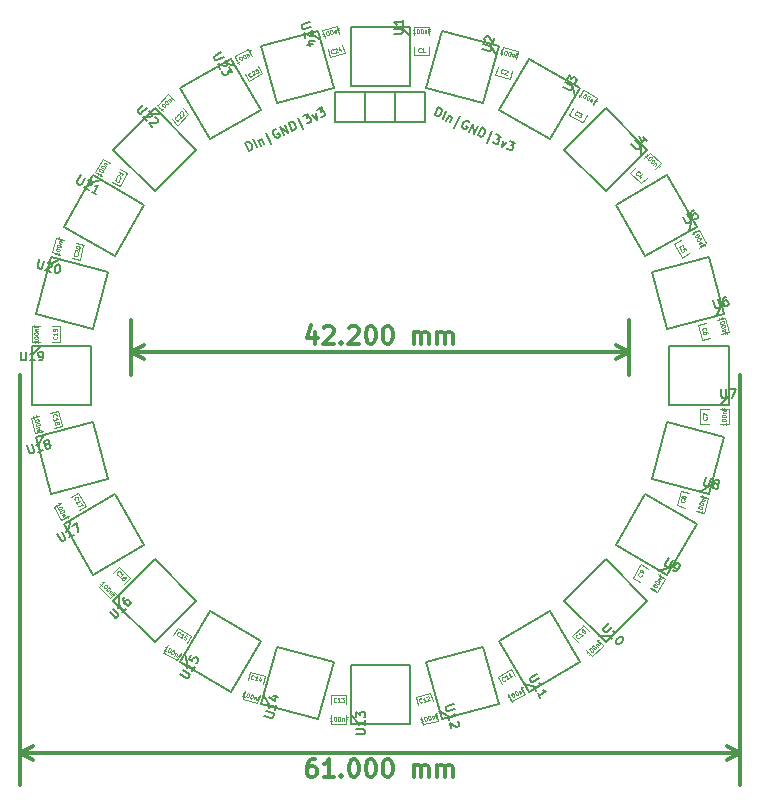
<source format=gto>
G04 (created by PCBNEW (2013-mar-13)-testing) date Fri 11 Oct 2013 20:58:09 EST*
%MOIN*%
G04 Gerber Fmt 3.4, Leading zero omitted, Abs format*
%FSLAX34Y34*%
G01*
G70*
G90*
G04 APERTURE LIST*
%ADD10C,0.005906*%
%ADD11C,0.007382*%
%ADD12C,0.011811*%
%ADD13C,0.006000*%
%ADD14C,0.004700*%
%ADD15C,0.003445*%
G04 APERTURE END LIST*
G54D10*
G54D11*
X1818Y8662D02*
X1943Y8929D01*
X2007Y8900D01*
X2039Y8869D01*
X2053Y8832D01*
X2054Y8800D01*
X2043Y8743D01*
X2025Y8705D01*
X1988Y8660D01*
X1964Y8640D01*
X1926Y8627D01*
X1882Y8632D01*
X1818Y8662D01*
X2086Y8537D02*
X2211Y8804D01*
X2297Y8656D02*
X2213Y8477D01*
X2285Y8630D02*
X2303Y8637D01*
X2335Y8638D01*
X2373Y8620D01*
X2393Y8596D01*
X2393Y8564D01*
X2328Y8424D01*
X2478Y8246D02*
X2656Y8628D01*
X2969Y8435D02*
X2950Y8460D01*
X2912Y8478D01*
X2867Y8483D01*
X2830Y8469D01*
X2805Y8450D01*
X2769Y8405D01*
X2751Y8366D01*
X2740Y8309D01*
X2741Y8278D01*
X2755Y8241D01*
X2787Y8210D01*
X2812Y8198D01*
X2856Y8193D01*
X2875Y8200D01*
X2917Y8289D01*
X2866Y8313D01*
X2978Y8121D02*
X3103Y8389D01*
X3131Y8050D01*
X3256Y8317D01*
X3258Y7990D02*
X3383Y8258D01*
X3447Y8228D01*
X3479Y8197D01*
X3493Y8160D01*
X3494Y8129D01*
X3483Y8072D01*
X3465Y8034D01*
X3428Y7989D01*
X3404Y7969D01*
X3366Y7955D01*
X3322Y7960D01*
X3258Y7990D01*
X3548Y7746D02*
X3726Y8129D01*
X3880Y8026D02*
X4046Y7949D01*
X3909Y7888D01*
X3947Y7871D01*
X3967Y7846D01*
X3974Y7827D01*
X3974Y7796D01*
X3945Y7732D01*
X3920Y7713D01*
X3901Y7706D01*
X3870Y7705D01*
X3794Y7741D01*
X3774Y7765D01*
X3767Y7784D01*
X4093Y7818D02*
X4074Y7610D01*
X4221Y7759D01*
X4339Y7812D02*
X4505Y7735D01*
X4368Y7674D01*
X4406Y7657D01*
X4426Y7632D01*
X4432Y7613D01*
X4433Y7582D01*
X4404Y7518D01*
X4379Y7499D01*
X4360Y7492D01*
X4329Y7491D01*
X4252Y7527D01*
X4233Y7551D01*
X4226Y7570D01*
X-4367Y7469D02*
X-4492Y7737D01*
X-4428Y7767D01*
X-4384Y7772D01*
X-4347Y7758D01*
X-4322Y7739D01*
X-4285Y7693D01*
X-4268Y7655D01*
X-4257Y7598D01*
X-4257Y7567D01*
X-4271Y7530D01*
X-4303Y7499D01*
X-4367Y7469D01*
X-4099Y7594D02*
X-4224Y7862D01*
X-4055Y7832D02*
X-3972Y7653D01*
X-4043Y7806D02*
X-4036Y7825D01*
X-4017Y7850D01*
X-3979Y7868D01*
X-3947Y7867D01*
X-3923Y7847D01*
X-3857Y7707D01*
X-3625Y7707D02*
X-3803Y8089D01*
X-3454Y8205D02*
X-3485Y8206D01*
X-3523Y8188D01*
X-3556Y8158D01*
X-3569Y8121D01*
X-3570Y8089D01*
X-3559Y8032D01*
X-3541Y7994D01*
X-3505Y7949D01*
X-3480Y7929D01*
X-3443Y7916D01*
X-3398Y7921D01*
X-3373Y7933D01*
X-3341Y7963D01*
X-3334Y7982D01*
X-3376Y8071D01*
X-3426Y8047D01*
X-3207Y8010D02*
X-3332Y8278D01*
X-3054Y8081D01*
X-3179Y8349D01*
X-2927Y8141D02*
X-3052Y8408D01*
X-2988Y8438D01*
X-2944Y8443D01*
X-2907Y8430D01*
X-2882Y8410D01*
X-2845Y8365D01*
X-2828Y8327D01*
X-2817Y8270D01*
X-2817Y8238D01*
X-2831Y8201D01*
X-2863Y8170D01*
X-2927Y8141D01*
X-2554Y8206D02*
X-2732Y8588D01*
X-2555Y8640D02*
X-2389Y8717D01*
X-2431Y8574D01*
X-2393Y8592D01*
X-2361Y8591D01*
X-2342Y8584D01*
X-2318Y8564D01*
X-2288Y8501D01*
X-2289Y8469D01*
X-2296Y8451D01*
X-2315Y8426D01*
X-2392Y8390D01*
X-2423Y8391D01*
X-2442Y8398D01*
X-2258Y8670D02*
X-2111Y8521D01*
X-2131Y8729D01*
X-2096Y8854D02*
X-1930Y8931D01*
X-1972Y8788D01*
X-1934Y8806D01*
X-1902Y8805D01*
X-1884Y8798D01*
X-1859Y8778D01*
X-1829Y8715D01*
X-1830Y8683D01*
X-1837Y8665D01*
X-1857Y8640D01*
X-1933Y8604D01*
X-1964Y8605D01*
X-1983Y8612D01*
G54D12*
X-2165Y1441D02*
X-2165Y1047D01*
X-2305Y1666D02*
X-2446Y1244D01*
X-2080Y1244D01*
X-1884Y1582D02*
X-1856Y1610D01*
X-1799Y1638D01*
X-1659Y1638D01*
X-1602Y1610D01*
X-1574Y1582D01*
X-1546Y1525D01*
X-1546Y1469D01*
X-1574Y1385D01*
X-1912Y1047D01*
X-1546Y1047D01*
X-1293Y1104D02*
X-1265Y1075D01*
X-1293Y1047D01*
X-1321Y1075D01*
X-1293Y1104D01*
X-1293Y1047D01*
X-1040Y1582D02*
X-1012Y1610D01*
X-956Y1638D01*
X-815Y1638D01*
X-759Y1610D01*
X-731Y1582D01*
X-703Y1525D01*
X-703Y1469D01*
X-731Y1385D01*
X-1068Y1047D01*
X-703Y1047D01*
X-337Y1638D02*
X-281Y1638D01*
X-224Y1610D01*
X-196Y1582D01*
X-168Y1525D01*
X-140Y1413D01*
X-140Y1272D01*
X-168Y1160D01*
X-196Y1104D01*
X-224Y1075D01*
X-281Y1047D01*
X-337Y1047D01*
X-393Y1075D01*
X-421Y1104D01*
X-449Y1160D01*
X-478Y1272D01*
X-478Y1413D01*
X-449Y1525D01*
X-421Y1582D01*
X-393Y1610D01*
X-337Y1638D01*
X224Y1638D02*
X281Y1638D01*
X337Y1610D01*
X365Y1582D01*
X393Y1525D01*
X421Y1413D01*
X421Y1272D01*
X393Y1160D01*
X365Y1104D01*
X337Y1075D01*
X281Y1047D01*
X224Y1047D01*
X168Y1075D01*
X140Y1104D01*
X112Y1160D01*
X84Y1272D01*
X84Y1413D01*
X112Y1525D01*
X140Y1582D01*
X168Y1610D01*
X224Y1638D01*
X1124Y1047D02*
X1124Y1441D01*
X1124Y1385D02*
X1152Y1413D01*
X1209Y1441D01*
X1293Y1441D01*
X1349Y1413D01*
X1377Y1357D01*
X1377Y1047D01*
X1377Y1357D02*
X1406Y1413D01*
X1462Y1441D01*
X1546Y1441D01*
X1602Y1413D01*
X1631Y1357D01*
X1631Y1047D01*
X1912Y1047D02*
X1912Y1441D01*
X1912Y1385D02*
X1940Y1413D01*
X1996Y1441D01*
X2080Y1441D01*
X2137Y1413D01*
X2165Y1357D01*
X2165Y1047D01*
X2165Y1357D02*
X2193Y1413D01*
X2249Y1441D01*
X2334Y1441D01*
X2390Y1413D01*
X2418Y1357D01*
X2418Y1047D01*
X-8307Y783D02*
X8307Y783D01*
X-8307Y0D02*
X-8307Y1846D01*
X8307Y0D02*
X8307Y1846D01*
X8307Y783D02*
X7863Y552D01*
X8307Y783D02*
X7863Y1014D01*
X-8307Y783D02*
X-7863Y552D01*
X-8307Y783D02*
X-7863Y1014D01*
X-2165Y-12806D02*
X-2277Y-12806D01*
X-2334Y-12834D01*
X-2362Y-12862D01*
X-2418Y-12947D01*
X-2446Y-13059D01*
X-2446Y-13284D01*
X-2418Y-13340D01*
X-2390Y-13368D01*
X-2334Y-13397D01*
X-2221Y-13397D01*
X-2165Y-13368D01*
X-2137Y-13340D01*
X-2109Y-13284D01*
X-2109Y-13143D01*
X-2137Y-13087D01*
X-2165Y-13059D01*
X-2221Y-13031D01*
X-2334Y-13031D01*
X-2390Y-13059D01*
X-2418Y-13087D01*
X-2446Y-13143D01*
X-1546Y-13397D02*
X-1884Y-13397D01*
X-1715Y-13397D02*
X-1715Y-12806D01*
X-1771Y-12890D01*
X-1827Y-12947D01*
X-1884Y-12975D01*
X-1293Y-13340D02*
X-1265Y-13368D01*
X-1293Y-13397D01*
X-1321Y-13368D01*
X-1293Y-13340D01*
X-1293Y-13397D01*
X-899Y-12806D02*
X-843Y-12806D01*
X-787Y-12834D01*
X-759Y-12862D01*
X-731Y-12919D01*
X-703Y-13031D01*
X-703Y-13172D01*
X-731Y-13284D01*
X-759Y-13340D01*
X-787Y-13368D01*
X-843Y-13397D01*
X-899Y-13397D01*
X-956Y-13368D01*
X-984Y-13340D01*
X-1012Y-13284D01*
X-1040Y-13172D01*
X-1040Y-13031D01*
X-1012Y-12919D01*
X-984Y-12862D01*
X-956Y-12834D01*
X-899Y-12806D01*
X-337Y-12806D02*
X-281Y-12806D01*
X-224Y-12834D01*
X-196Y-12862D01*
X-168Y-12919D01*
X-140Y-13031D01*
X-140Y-13172D01*
X-168Y-13284D01*
X-196Y-13340D01*
X-224Y-13368D01*
X-281Y-13397D01*
X-337Y-13397D01*
X-393Y-13368D01*
X-421Y-13340D01*
X-449Y-13284D01*
X-478Y-13172D01*
X-478Y-13031D01*
X-449Y-12919D01*
X-421Y-12862D01*
X-393Y-12834D01*
X-337Y-12806D01*
X224Y-12806D02*
X281Y-12806D01*
X337Y-12834D01*
X365Y-12862D01*
X393Y-12919D01*
X421Y-13031D01*
X421Y-13172D01*
X393Y-13284D01*
X365Y-13340D01*
X337Y-13368D01*
X281Y-13397D01*
X224Y-13397D01*
X168Y-13368D01*
X140Y-13340D01*
X112Y-13284D01*
X84Y-13172D01*
X84Y-13031D01*
X112Y-12919D01*
X140Y-12862D01*
X168Y-12834D01*
X224Y-12806D01*
X1124Y-13397D02*
X1124Y-13003D01*
X1124Y-13059D02*
X1152Y-13031D01*
X1209Y-13003D01*
X1293Y-13003D01*
X1349Y-13031D01*
X1377Y-13087D01*
X1377Y-13397D01*
X1377Y-13087D02*
X1406Y-13031D01*
X1462Y-13003D01*
X1546Y-13003D01*
X1602Y-13031D01*
X1631Y-13087D01*
X1631Y-13397D01*
X1912Y-13397D02*
X1912Y-13003D01*
X1912Y-13059D02*
X1940Y-13031D01*
X1996Y-13003D01*
X2080Y-13003D01*
X2137Y-13031D01*
X2165Y-13087D01*
X2165Y-13397D01*
X2165Y-13087D02*
X2193Y-13031D01*
X2249Y-13003D01*
X2334Y-13003D01*
X2390Y-13031D01*
X2418Y-13087D01*
X2418Y-13397D01*
X12007Y-12598D02*
X-12007Y-12598D01*
X12007Y0D02*
X12007Y-13661D01*
X-12007Y0D02*
X-12007Y-13661D01*
X-12007Y-12598D02*
X-11564Y-12367D01*
X-12007Y-12598D02*
X-11564Y-12829D01*
X12007Y-12598D02*
X11564Y-12367D01*
X12007Y-12598D02*
X11564Y-12829D01*
G54D10*
X-503Y8456D02*
X-503Y9452D01*
G54D13*
X1500Y9456D02*
X1500Y8456D01*
X1500Y8456D02*
X-1500Y8456D01*
X-1500Y8456D02*
X-1500Y9456D01*
X-1500Y9456D02*
X1500Y9456D01*
X500Y8456D02*
X500Y9456D01*
G54D14*
X1633Y11342D02*
X1633Y11617D01*
X1633Y10948D02*
X1633Y10673D01*
X1121Y11342D02*
X1121Y11617D01*
X1121Y10673D02*
X1121Y10948D01*
X1127Y11617D02*
X1627Y11617D01*
X1627Y10673D02*
X1127Y10673D01*
X7086Y9006D02*
X7223Y9244D01*
X6889Y8664D02*
X6751Y8426D01*
X6642Y9262D02*
X6780Y9500D01*
X6308Y8682D02*
X6445Y8920D01*
X6785Y9497D02*
X7218Y9247D01*
X6746Y8429D02*
X6313Y8679D01*
X9175Y6865D02*
X9370Y7059D01*
X8897Y6586D02*
X8702Y6392D01*
X8813Y7227D02*
X9008Y7421D01*
X8340Y6754D02*
X8535Y6948D01*
X9012Y7417D02*
X9366Y7063D01*
X8698Y6396D02*
X8344Y6749D01*
X10639Y4256D02*
X10878Y4393D01*
X10298Y4059D02*
X10060Y3921D01*
X10383Y4699D02*
X10622Y4837D01*
X9804Y4365D02*
X10042Y4502D01*
X10625Y4831D02*
X10875Y4398D01*
X10057Y3926D02*
X9807Y4359D01*
X11378Y1357D02*
X11644Y1428D01*
X10998Y1255D02*
X10732Y1184D01*
X11246Y1851D02*
X11512Y1923D01*
X10600Y1678D02*
X10865Y1749D01*
X11513Y1917D02*
X11643Y1434D01*
X10731Y1190D02*
X10601Y1673D01*
X11342Y-1633D02*
X11617Y-1633D01*
X10948Y-1633D02*
X10673Y-1633D01*
X11342Y-1121D02*
X11617Y-1121D01*
X10673Y-1121D02*
X10948Y-1121D01*
X11617Y-1127D02*
X11617Y-1627D01*
X10673Y-1627D02*
X10673Y-1127D01*
X10533Y-4514D02*
X10798Y-4585D01*
X10152Y-4412D02*
X9886Y-4340D01*
X10665Y-4019D02*
X10931Y-4090D01*
X10019Y-3846D02*
X10285Y-3917D01*
X10929Y-4096D02*
X10800Y-4579D01*
X9888Y-4335D02*
X10017Y-3852D01*
X9005Y-7086D02*
X9244Y-7223D01*
X8664Y-6889D02*
X8426Y-6751D01*
X9261Y-6642D02*
X9500Y-6780D01*
X8682Y-6308D02*
X8920Y-6445D01*
X9497Y-6785D02*
X9247Y-7218D01*
X8429Y-6746D02*
X8679Y-6313D01*
X6864Y-9175D02*
X7059Y-9370D01*
X6586Y-8897D02*
X6391Y-8702D01*
X7227Y-8813D02*
X7421Y-9008D01*
X6753Y-8340D02*
X6948Y-8535D01*
X7417Y-9012D02*
X7063Y-9366D01*
X6396Y-8698D02*
X6749Y-8344D01*
X4256Y-10639D02*
X4393Y-10878D01*
X4059Y-10298D02*
X3921Y-10060D01*
X4699Y-10383D02*
X4837Y-10622D01*
X4365Y-9804D02*
X4502Y-10042D01*
X4832Y-10625D02*
X4399Y-10875D01*
X3927Y-10057D02*
X4360Y-9807D01*
X1357Y-11378D02*
X1428Y-11644D01*
X1255Y-10998D02*
X1184Y-10732D01*
X1851Y-11246D02*
X1922Y-11512D01*
X1678Y-10600D02*
X1749Y-10865D01*
X1917Y-11513D02*
X1434Y-11643D01*
X1189Y-10731D02*
X1672Y-10601D01*
X-1633Y-11342D02*
X-1633Y-11617D01*
X-1633Y-10948D02*
X-1633Y-10673D01*
X-1121Y-11342D02*
X-1121Y-11617D01*
X-1121Y-10673D02*
X-1121Y-10948D01*
X-1127Y-11617D02*
X-1627Y-11617D01*
X-1627Y-10673D02*
X-1127Y-10673D01*
X-4514Y-10533D02*
X-4585Y-10798D01*
X-4412Y-10152D02*
X-4340Y-9886D01*
X-4019Y-10665D02*
X-4090Y-10931D01*
X-3846Y-10019D02*
X-3917Y-10285D01*
X-4096Y-10929D02*
X-4579Y-10800D01*
X-4335Y-9888D02*
X-3852Y-10017D01*
X-7086Y-9005D02*
X-7223Y-9244D01*
X-6889Y-8664D02*
X-6751Y-8426D01*
X-6642Y-9261D02*
X-6780Y-9500D01*
X-6308Y-8682D02*
X-6445Y-8920D01*
X-6785Y-9497D02*
X-7218Y-9247D01*
X-6746Y-8429D02*
X-6313Y-8679D01*
X-9175Y-6864D02*
X-9370Y-7059D01*
X-8897Y-6586D02*
X-8702Y-6391D01*
X-8813Y-7227D02*
X-9008Y-7421D01*
X-8340Y-6753D02*
X-8535Y-6948D01*
X-9012Y-7417D02*
X-9366Y-7063D01*
X-8698Y-6396D02*
X-8344Y-6749D01*
X-10639Y-4256D02*
X-10878Y-4393D01*
X-10298Y-4059D02*
X-10060Y-3921D01*
X-10383Y-4699D02*
X-10622Y-4837D01*
X-9804Y-4365D02*
X-10042Y-4502D01*
X-10625Y-4832D02*
X-10875Y-4399D01*
X-10057Y-3927D02*
X-9807Y-4360D01*
X-11378Y-1357D02*
X-11644Y-1428D01*
X-10998Y-1255D02*
X-10732Y-1184D01*
X-11246Y-1851D02*
X-11512Y-1922D01*
X-10600Y-1678D02*
X-10865Y-1749D01*
X-11513Y-1917D02*
X-11643Y-1434D01*
X-10731Y-1189D02*
X-10601Y-1672D01*
X-11342Y1633D02*
X-11617Y1633D01*
X-10948Y1633D02*
X-10673Y1633D01*
X-11342Y1121D02*
X-11617Y1121D01*
X-10673Y1121D02*
X-10948Y1121D01*
X-11617Y1127D02*
X-11617Y1627D01*
X-10673Y1627D02*
X-10673Y1127D01*
X-10533Y4513D02*
X-10798Y4585D01*
X-10152Y4411D02*
X-9886Y4340D01*
X-10665Y4019D02*
X-10931Y4090D01*
X-10019Y3846D02*
X-10285Y3917D01*
X-10929Y4096D02*
X-10800Y4579D01*
X-9888Y4335D02*
X-10017Y3852D01*
X-9005Y7086D02*
X-9244Y7223D01*
X-8664Y6889D02*
X-8426Y6751D01*
X-9261Y6642D02*
X-9500Y6780D01*
X-8682Y6308D02*
X-8920Y6445D01*
X-9497Y6785D02*
X-9247Y7218D01*
X-8429Y6746D02*
X-8679Y6313D01*
X-6864Y9175D02*
X-7059Y9370D01*
X-6586Y8897D02*
X-6391Y8702D01*
X-7227Y8813D02*
X-7421Y9008D01*
X-6753Y8340D02*
X-6948Y8535D01*
X-7417Y9012D02*
X-7063Y9366D01*
X-6396Y8698D02*
X-6749Y8345D01*
X-4256Y10640D02*
X-4393Y10878D01*
X-4059Y10298D02*
X-3921Y10060D01*
X-4699Y10384D02*
X-4837Y10622D01*
X-4365Y9804D02*
X-4502Y10042D01*
X-4832Y10625D02*
X-4399Y10875D01*
X-3927Y10057D02*
X-4360Y9807D01*
X-1357Y11379D02*
X-1428Y11644D01*
X-1255Y10998D02*
X-1184Y10732D01*
X-1851Y11246D02*
X-1922Y11512D01*
X-1678Y10600D02*
X-1749Y10865D01*
X-1917Y11513D02*
X-1434Y11643D01*
X-1189Y10731D02*
X-1672Y10601D01*
X4514Y10533D02*
X4585Y10798D01*
X4412Y10152D02*
X4340Y9887D01*
X4019Y10665D02*
X4090Y10931D01*
X3846Y10019D02*
X3917Y10285D01*
X4096Y10929D02*
X4579Y10800D01*
X4335Y9888D02*
X3852Y10018D01*
G54D10*
X984Y11318D02*
X688Y11614D01*
X-984Y9645D02*
X984Y9645D01*
X984Y9645D02*
X984Y11614D01*
X984Y11614D02*
X-984Y11614D01*
X-984Y11614D02*
X-984Y9645D01*
X3880Y10678D02*
X3671Y11040D01*
X1545Y9571D02*
X3447Y9062D01*
X3447Y9062D02*
X3956Y10963D01*
X3956Y10963D02*
X2055Y11473D01*
X2055Y11473D02*
X1545Y9571D01*
X6511Y9310D02*
X6403Y9713D01*
X3970Y8845D02*
X5675Y7861D01*
X5675Y7861D02*
X6659Y9566D01*
X6659Y9566D02*
X4954Y10550D01*
X4954Y10550D02*
X3970Y8845D01*
X8699Y7307D02*
X8699Y7725D01*
X6124Y7516D02*
X7516Y6124D01*
X7516Y6124D02*
X8908Y7516D01*
X8908Y7516D02*
X7516Y8908D01*
X7516Y8908D02*
X6124Y7516D01*
X10294Y4807D02*
X10402Y5210D01*
X7861Y5675D02*
X8845Y3970D01*
X8845Y3970D02*
X10550Y4954D01*
X10550Y4954D02*
X9566Y6659D01*
X9566Y6659D02*
X7861Y5675D01*
X11187Y1978D02*
X11396Y2340D01*
X9062Y3447D02*
X9571Y1545D01*
X9571Y1545D02*
X11473Y2055D01*
X11473Y2055D02*
X10963Y3956D01*
X10963Y3956D02*
X9062Y3447D01*
X11318Y-984D02*
X11614Y-688D01*
X9645Y984D02*
X9645Y-984D01*
X9645Y-984D02*
X11614Y-984D01*
X11614Y-984D02*
X11614Y984D01*
X11614Y984D02*
X9645Y984D01*
X10678Y-3880D02*
X11040Y-3671D01*
X9571Y-1545D02*
X9062Y-3447D01*
X9062Y-3447D02*
X10963Y-3956D01*
X10963Y-3956D02*
X11473Y-2055D01*
X11473Y-2055D02*
X9571Y-1545D01*
X9310Y-6511D02*
X9713Y-6403D01*
X8845Y-3970D02*
X7861Y-5675D01*
X7861Y-5675D02*
X9566Y-6659D01*
X9566Y-6659D02*
X10550Y-4954D01*
X10550Y-4954D02*
X8845Y-3970D01*
X7307Y-8699D02*
X7725Y-8699D01*
X7516Y-6124D02*
X6124Y-7516D01*
X6124Y-7516D02*
X7516Y-8908D01*
X7516Y-8908D02*
X8908Y-7516D01*
X8908Y-7516D02*
X7516Y-6124D01*
X4807Y-10294D02*
X5210Y-10402D01*
X5675Y-7861D02*
X3970Y-8845D01*
X3970Y-8845D02*
X4954Y-10550D01*
X4954Y-10550D02*
X6659Y-9566D01*
X6659Y-9566D02*
X5675Y-7861D01*
X1978Y-11187D02*
X2340Y-11396D01*
X3447Y-9062D02*
X1545Y-9571D01*
X1545Y-9571D02*
X2055Y-11473D01*
X2055Y-11473D02*
X3956Y-10963D01*
X3956Y-10963D02*
X3447Y-9062D01*
X-984Y-11318D02*
X-688Y-11614D01*
X984Y-9645D02*
X-984Y-9645D01*
X-984Y-9645D02*
X-984Y-11614D01*
X-984Y-11614D02*
X984Y-11614D01*
X984Y-11614D02*
X984Y-9645D01*
X-3880Y-10678D02*
X-3671Y-11040D01*
X-1545Y-9571D02*
X-3447Y-9062D01*
X-3447Y-9062D02*
X-3956Y-10963D01*
X-3956Y-10963D02*
X-2055Y-11473D01*
X-2055Y-11473D02*
X-1545Y-9571D01*
X-6511Y-9310D02*
X-6403Y-9713D01*
X-3970Y-8845D02*
X-5675Y-7861D01*
X-5675Y-7861D02*
X-6659Y-9566D01*
X-6659Y-9566D02*
X-4954Y-10550D01*
X-4954Y-10550D02*
X-3970Y-8845D01*
X-8699Y-7307D02*
X-8699Y-7725D01*
X-6124Y-7516D02*
X-7516Y-6124D01*
X-7516Y-6124D02*
X-8908Y-7516D01*
X-8908Y-7516D02*
X-7516Y-8908D01*
X-7516Y-8908D02*
X-6124Y-7516D01*
X-10294Y-4807D02*
X-10402Y-5210D01*
X-7861Y-5675D02*
X-8845Y-3970D01*
X-8845Y-3970D02*
X-10550Y-4954D01*
X-10550Y-4954D02*
X-9566Y-6659D01*
X-9566Y-6659D02*
X-7861Y-5675D01*
X-11187Y-1978D02*
X-11396Y-2340D01*
X-9062Y-3447D02*
X-9571Y-1545D01*
X-9571Y-1545D02*
X-11473Y-2055D01*
X-11473Y-2055D02*
X-10963Y-3956D01*
X-10963Y-3956D02*
X-9062Y-3447D01*
X-11318Y984D02*
X-11614Y688D01*
X-9645Y-984D02*
X-9645Y984D01*
X-9645Y984D02*
X-11614Y984D01*
X-11614Y984D02*
X-11614Y-984D01*
X-11614Y-984D02*
X-9645Y-984D01*
X-10678Y3880D02*
X-11040Y3671D01*
X-9571Y1545D02*
X-9062Y3447D01*
X-9062Y3447D02*
X-10963Y3956D01*
X-10963Y3956D02*
X-11473Y2055D01*
X-11473Y2055D02*
X-9571Y1545D01*
X-9310Y6511D02*
X-9713Y6403D01*
X-8845Y3970D02*
X-7861Y5675D01*
X-7861Y5675D02*
X-9566Y6659D01*
X-9566Y6659D02*
X-10550Y4954D01*
X-10550Y4954D02*
X-8845Y3970D01*
X-7307Y8699D02*
X-7725Y8699D01*
X-7516Y6124D02*
X-6124Y7516D01*
X-6124Y7516D02*
X-7516Y8908D01*
X-7516Y8908D02*
X-8908Y7516D01*
X-8908Y7516D02*
X-7516Y6124D01*
X-4807Y10294D02*
X-5210Y10402D01*
X-5675Y7861D02*
X-3970Y8845D01*
X-3970Y8845D02*
X-4954Y10550D01*
X-4954Y10550D02*
X-6659Y9566D01*
X-6659Y9566D02*
X-5675Y7861D01*
X-1978Y11187D02*
X-2340Y11396D01*
X-3447Y9062D02*
X-1545Y9571D01*
X-1545Y9571D02*
X-2055Y11473D01*
X-2055Y11473D02*
X-3956Y10963D01*
X-3956Y10963D02*
X-3447Y9062D01*
G54D15*
X1354Y10781D02*
X1348Y10774D01*
X1328Y10768D01*
X1315Y10768D01*
X1295Y10774D01*
X1282Y10788D01*
X1276Y10801D01*
X1269Y10827D01*
X1269Y10847D01*
X1276Y10873D01*
X1282Y10886D01*
X1295Y10899D01*
X1315Y10906D01*
X1328Y10906D01*
X1348Y10899D01*
X1354Y10893D01*
X1486Y10768D02*
X1407Y10768D01*
X1446Y10768D02*
X1446Y10906D01*
X1433Y10886D01*
X1420Y10873D01*
X1407Y10866D01*
X1164Y11398D02*
X1085Y11398D01*
X1125Y11398D02*
X1125Y11536D01*
X1112Y11516D01*
X1099Y11503D01*
X1085Y11496D01*
X1250Y11536D02*
X1263Y11536D01*
X1276Y11529D01*
X1282Y11522D01*
X1289Y11509D01*
X1295Y11483D01*
X1295Y11450D01*
X1289Y11424D01*
X1282Y11411D01*
X1276Y11404D01*
X1263Y11398D01*
X1250Y11398D01*
X1236Y11404D01*
X1230Y11411D01*
X1223Y11424D01*
X1217Y11450D01*
X1217Y11483D01*
X1223Y11509D01*
X1230Y11522D01*
X1236Y11529D01*
X1250Y11536D01*
X1381Y11536D02*
X1394Y11536D01*
X1407Y11529D01*
X1414Y11522D01*
X1420Y11509D01*
X1427Y11483D01*
X1427Y11450D01*
X1420Y11424D01*
X1414Y11411D01*
X1407Y11404D01*
X1394Y11398D01*
X1381Y11398D01*
X1368Y11404D01*
X1361Y11411D01*
X1354Y11424D01*
X1348Y11450D01*
X1348Y11483D01*
X1354Y11509D01*
X1361Y11522D01*
X1368Y11529D01*
X1381Y11536D01*
X1486Y11490D02*
X1486Y11398D01*
X1486Y11477D02*
X1492Y11483D01*
X1505Y11490D01*
X1525Y11490D01*
X1538Y11483D01*
X1545Y11470D01*
X1545Y11398D01*
X1656Y11470D02*
X1610Y11470D01*
X1610Y11398D02*
X1610Y11536D01*
X1676Y11536D01*
X6564Y8659D02*
X6555Y8657D01*
X6534Y8661D01*
X6523Y8667D01*
X6509Y8683D01*
X6504Y8701D01*
X6505Y8715D01*
X6513Y8741D01*
X6523Y8759D01*
X6541Y8778D01*
X6554Y8786D01*
X6572Y8791D01*
X6592Y8787D01*
X6603Y8780D01*
X6617Y8765D01*
X6619Y8756D01*
X6666Y8744D02*
X6740Y8701D01*
X6674Y8679D01*
X6691Y8669D01*
X6699Y8657D01*
X6701Y8648D01*
X6700Y8633D01*
X6684Y8605D01*
X6672Y8597D01*
X6663Y8594D01*
X6648Y8595D01*
X6614Y8615D01*
X6606Y8627D01*
X6603Y8636D01*
X6707Y9288D02*
X6639Y9328D01*
X6673Y9308D02*
X6742Y9427D01*
X6721Y9417D01*
X6703Y9412D01*
X6688Y9413D01*
X6850Y9365D02*
X6861Y9358D01*
X6869Y9346D01*
X6872Y9337D01*
X6871Y9323D01*
X6864Y9297D01*
X6847Y9268D01*
X6828Y9249D01*
X6816Y9241D01*
X6807Y9238D01*
X6793Y9239D01*
X6781Y9246D01*
X6773Y9258D01*
X6771Y9267D01*
X6772Y9282D01*
X6779Y9308D01*
X6795Y9336D01*
X6814Y9355D01*
X6826Y9364D01*
X6835Y9366D01*
X6850Y9365D01*
X6964Y9299D02*
X6975Y9293D01*
X6983Y9281D01*
X6986Y9272D01*
X6985Y9257D01*
X6977Y9231D01*
X6961Y9203D01*
X6942Y9183D01*
X6930Y9175D01*
X6921Y9173D01*
X6906Y9174D01*
X6895Y9180D01*
X6887Y9192D01*
X6884Y9201D01*
X6885Y9216D01*
X6893Y9242D01*
X6909Y9270D01*
X6928Y9290D01*
X6940Y9298D01*
X6949Y9300D01*
X6964Y9299D01*
X7032Y9207D02*
X6986Y9128D01*
X7025Y9196D02*
X7034Y9198D01*
X7049Y9197D01*
X7066Y9187D01*
X7074Y9175D01*
X7073Y9161D01*
X7037Y9098D01*
X7170Y9105D02*
X7130Y9128D01*
X7094Y9065D02*
X7163Y9185D01*
X7219Y9152D01*
X8581Y6665D02*
X8572Y6665D01*
X8553Y6674D01*
X8544Y6684D01*
X8535Y6702D01*
X8535Y6721D01*
X8540Y6735D01*
X8553Y6758D01*
X8567Y6772D01*
X8591Y6786D01*
X8604Y6790D01*
X8623Y6790D01*
X8642Y6781D01*
X8651Y6772D01*
X8660Y6753D01*
X8660Y6744D01*
X8720Y6637D02*
X8656Y6572D01*
X8734Y6698D02*
X8642Y6651D01*
X8702Y6591D01*
X8883Y7236D02*
X8827Y7291D01*
X8855Y7264D02*
X8952Y7361D01*
X8929Y7356D01*
X8911Y7356D01*
X8897Y7361D01*
X9041Y7273D02*
X9050Y7264D01*
X9055Y7250D01*
X9055Y7240D01*
X9050Y7226D01*
X9036Y7203D01*
X9013Y7180D01*
X8990Y7166D01*
X8976Y7162D01*
X8966Y7162D01*
X8952Y7166D01*
X8943Y7175D01*
X8939Y7189D01*
X8939Y7199D01*
X8943Y7213D01*
X8957Y7236D01*
X8980Y7259D01*
X9003Y7273D01*
X9017Y7277D01*
X9027Y7277D01*
X9041Y7273D01*
X9133Y7180D02*
X9143Y7171D01*
X9147Y7157D01*
X9147Y7148D01*
X9143Y7134D01*
X9129Y7110D01*
X9106Y7087D01*
X9082Y7073D01*
X9068Y7069D01*
X9059Y7069D01*
X9045Y7073D01*
X9036Y7083D01*
X9031Y7097D01*
X9031Y7106D01*
X9036Y7120D01*
X9050Y7143D01*
X9073Y7166D01*
X9096Y7180D01*
X9110Y7185D01*
X9119Y7185D01*
X9133Y7180D01*
X9175Y7073D02*
X9110Y7008D01*
X9166Y7064D02*
X9175Y7064D01*
X9189Y7059D01*
X9203Y7046D01*
X9208Y7032D01*
X9203Y7018D01*
X9152Y6967D01*
X9282Y6939D02*
X9249Y6971D01*
X9198Y6920D02*
X9296Y7018D01*
X9342Y6971D01*
X10014Y4217D02*
X10005Y4219D01*
X9989Y4233D01*
X9983Y4244D01*
X9979Y4265D01*
X9984Y4283D01*
X9992Y4295D01*
X10011Y4314D01*
X10028Y4323D01*
X10054Y4331D01*
X10069Y4332D01*
X10087Y4327D01*
X10102Y4313D01*
X10109Y4302D01*
X10113Y4282D01*
X10111Y4273D01*
X10184Y4171D02*
X10151Y4228D01*
X10091Y4201D01*
X10100Y4198D01*
X10113Y4190D01*
X10129Y4162D01*
X10130Y4147D01*
X10127Y4138D01*
X10119Y4126D01*
X10091Y4110D01*
X10076Y4109D01*
X10067Y4111D01*
X10055Y4119D01*
X10039Y4148D01*
X10038Y4162D01*
X10040Y4171D01*
X10453Y4690D02*
X10414Y4758D01*
X10433Y4724D02*
X10553Y4793D01*
X10529Y4795D01*
X10511Y4799D01*
X10499Y4807D01*
X10615Y4685D02*
X10622Y4674D01*
X10622Y4659D01*
X10620Y4650D01*
X10612Y4638D01*
X10592Y4619D01*
X10564Y4603D01*
X10538Y4595D01*
X10523Y4594D01*
X10514Y4597D01*
X10502Y4605D01*
X10496Y4616D01*
X10495Y4631D01*
X10497Y4640D01*
X10505Y4652D01*
X10525Y4671D01*
X10553Y4687D01*
X10579Y4695D01*
X10594Y4695D01*
X10603Y4693D01*
X10615Y4685D01*
X10681Y4571D02*
X10687Y4560D01*
X10688Y4545D01*
X10686Y4536D01*
X10678Y4524D01*
X10658Y4505D01*
X10630Y4489D01*
X10604Y4481D01*
X10589Y4481D01*
X10580Y4483D01*
X10568Y4491D01*
X10561Y4502D01*
X10560Y4517D01*
X10563Y4526D01*
X10571Y4538D01*
X10590Y4557D01*
X10619Y4574D01*
X10645Y4581D01*
X10659Y4582D01*
X10668Y4579D01*
X10681Y4571D01*
X10693Y4457D02*
X10614Y4412D01*
X10682Y4451D02*
X10691Y4449D01*
X10703Y4440D01*
X10713Y4423D01*
X10714Y4409D01*
X10706Y4396D01*
X10643Y4360D01*
X10762Y4300D02*
X10739Y4340D01*
X10676Y4304D02*
X10795Y4372D01*
X10828Y4316D01*
X10764Y1481D02*
X10756Y1486D01*
X10745Y1503D01*
X10741Y1516D01*
X10743Y1536D01*
X10752Y1553D01*
X10763Y1562D01*
X10787Y1575D01*
X10806Y1581D01*
X10833Y1581D01*
X10847Y1578D01*
X10863Y1569D01*
X10874Y1551D01*
X10878Y1539D01*
X10877Y1518D01*
X10872Y1510D01*
X10915Y1399D02*
X10908Y1425D01*
X10899Y1436D01*
X10891Y1440D01*
X10868Y1448D01*
X10841Y1447D01*
X10790Y1434D01*
X10780Y1424D01*
X10775Y1416D01*
X10772Y1402D01*
X10779Y1376D01*
X10788Y1365D01*
X10797Y1361D01*
X10811Y1358D01*
X10843Y1366D01*
X10854Y1376D01*
X10858Y1384D01*
X10861Y1398D01*
X10854Y1424D01*
X10845Y1435D01*
X10837Y1439D01*
X10822Y1442D01*
X11311Y1825D02*
X11290Y1901D01*
X11301Y1863D02*
X11434Y1898D01*
X11411Y1906D01*
X11395Y1915D01*
X11385Y1926D01*
X11466Y1778D02*
X11469Y1765D01*
X11466Y1751D01*
X11462Y1743D01*
X11451Y1733D01*
X11427Y1720D01*
X11395Y1711D01*
X11368Y1711D01*
X11354Y1714D01*
X11346Y1719D01*
X11336Y1730D01*
X11333Y1742D01*
X11336Y1757D01*
X11340Y1765D01*
X11351Y1774D01*
X11375Y1787D01*
X11407Y1796D01*
X11434Y1796D01*
X11448Y1793D01*
X11456Y1789D01*
X11466Y1778D01*
X11500Y1651D02*
X11503Y1638D01*
X11500Y1624D01*
X11496Y1616D01*
X11485Y1606D01*
X11461Y1593D01*
X11429Y1585D01*
X11402Y1584D01*
X11388Y1587D01*
X11380Y1592D01*
X11370Y1603D01*
X11367Y1615D01*
X11370Y1630D01*
X11374Y1638D01*
X11385Y1648D01*
X11409Y1661D01*
X11441Y1669D01*
X11468Y1670D01*
X11482Y1667D01*
X11490Y1662D01*
X11500Y1651D01*
X11483Y1538D02*
X11394Y1514D01*
X11470Y1534D02*
X11478Y1530D01*
X11488Y1519D01*
X11493Y1500D01*
X11490Y1485D01*
X11479Y1476D01*
X11409Y1457D01*
X11508Y1368D02*
X11496Y1412D01*
X11426Y1394D02*
X11559Y1429D01*
X11576Y1366D01*
X10879Y-1400D02*
X10886Y-1407D01*
X10893Y-1427D01*
X10893Y-1440D01*
X10886Y-1459D01*
X10873Y-1473D01*
X10860Y-1479D01*
X10833Y-1486D01*
X10814Y-1486D01*
X10788Y-1479D01*
X10774Y-1473D01*
X10761Y-1459D01*
X10755Y-1440D01*
X10755Y-1427D01*
X10761Y-1407D01*
X10768Y-1400D01*
X10755Y-1354D02*
X10755Y-1263D01*
X10893Y-1322D01*
X11522Y-1591D02*
X11522Y-1669D01*
X11522Y-1630D02*
X11385Y-1630D01*
X11404Y-1643D01*
X11417Y-1656D01*
X11424Y-1669D01*
X11385Y-1505D02*
X11385Y-1492D01*
X11391Y-1479D01*
X11398Y-1473D01*
X11411Y-1466D01*
X11437Y-1459D01*
X11470Y-1459D01*
X11496Y-1466D01*
X11509Y-1473D01*
X11516Y-1479D01*
X11522Y-1492D01*
X11522Y-1505D01*
X11516Y-1519D01*
X11509Y-1525D01*
X11496Y-1532D01*
X11470Y-1538D01*
X11437Y-1538D01*
X11411Y-1532D01*
X11398Y-1525D01*
X11391Y-1519D01*
X11385Y-1505D01*
X11385Y-1374D02*
X11385Y-1361D01*
X11391Y-1348D01*
X11398Y-1341D01*
X11411Y-1335D01*
X11437Y-1328D01*
X11470Y-1328D01*
X11496Y-1335D01*
X11509Y-1341D01*
X11516Y-1348D01*
X11522Y-1361D01*
X11522Y-1374D01*
X11516Y-1387D01*
X11509Y-1394D01*
X11496Y-1400D01*
X11470Y-1407D01*
X11437Y-1407D01*
X11411Y-1400D01*
X11398Y-1394D01*
X11391Y-1387D01*
X11385Y-1374D01*
X11431Y-1269D02*
X11522Y-1269D01*
X11444Y-1269D02*
X11437Y-1263D01*
X11431Y-1250D01*
X11431Y-1230D01*
X11437Y-1217D01*
X11450Y-1210D01*
X11522Y-1210D01*
X11450Y-1099D02*
X11450Y-1145D01*
X11522Y-1145D02*
X11385Y-1145D01*
X11385Y-1079D01*
X10146Y-4169D02*
X10151Y-4177D01*
X10152Y-4197D01*
X10148Y-4210D01*
X10137Y-4227D01*
X10121Y-4237D01*
X10107Y-4240D01*
X10079Y-4239D01*
X10060Y-4234D01*
X10037Y-4221D01*
X10026Y-4211D01*
X10017Y-4195D01*
X10015Y-4174D01*
X10019Y-4162D01*
X10030Y-4144D01*
X10038Y-4140D01*
X10103Y-4076D02*
X10093Y-4087D01*
X10085Y-4091D01*
X10071Y-4094D01*
X10064Y-4092D01*
X10053Y-4083D01*
X10049Y-4075D01*
X10046Y-4060D01*
X10053Y-4035D01*
X10062Y-4024D01*
X10070Y-4019D01*
X10085Y-4016D01*
X10091Y-4018D01*
X10102Y-4028D01*
X10107Y-4036D01*
X10110Y-4050D01*
X10103Y-4076D01*
X10106Y-4090D01*
X10110Y-4098D01*
X10121Y-4108D01*
X10147Y-4115D01*
X10161Y-4112D01*
X10169Y-4107D01*
X10179Y-4096D01*
X10186Y-4071D01*
X10183Y-4056D01*
X10178Y-4048D01*
X10167Y-4038D01*
X10142Y-4032D01*
X10127Y-4035D01*
X10119Y-4039D01*
X10110Y-4050D01*
X10718Y-4519D02*
X10697Y-4595D01*
X10708Y-4557D02*
X10575Y-4521D01*
X10590Y-4539D01*
X10599Y-4555D01*
X10602Y-4569D01*
X10607Y-4401D02*
X10610Y-4388D01*
X10620Y-4377D01*
X10628Y-4373D01*
X10642Y-4370D01*
X10669Y-4370D01*
X10701Y-4379D01*
X10725Y-4392D01*
X10736Y-4401D01*
X10740Y-4409D01*
X10743Y-4424D01*
X10740Y-4436D01*
X10730Y-4447D01*
X10722Y-4452D01*
X10708Y-4455D01*
X10681Y-4455D01*
X10649Y-4446D01*
X10625Y-4433D01*
X10614Y-4423D01*
X10610Y-4415D01*
X10607Y-4401D01*
X10641Y-4274D02*
X10644Y-4261D01*
X10654Y-4250D01*
X10662Y-4246D01*
X10676Y-4243D01*
X10703Y-4243D01*
X10735Y-4252D01*
X10759Y-4265D01*
X10770Y-4275D01*
X10774Y-4283D01*
X10777Y-4297D01*
X10774Y-4310D01*
X10764Y-4321D01*
X10756Y-4325D01*
X10742Y-4328D01*
X10715Y-4328D01*
X10683Y-4319D01*
X10659Y-4306D01*
X10648Y-4296D01*
X10644Y-4288D01*
X10641Y-4274D01*
X10712Y-4185D02*
X10801Y-4208D01*
X10725Y-4188D02*
X10720Y-4180D01*
X10717Y-4166D01*
X10722Y-4147D01*
X10732Y-4136D01*
X10747Y-4133D01*
X10816Y-4151D01*
X10775Y-4025D02*
X10764Y-4069D01*
X10833Y-4088D02*
X10700Y-4052D01*
X10717Y-3989D01*
X8721Y-6653D02*
X8724Y-6662D01*
X8720Y-6682D01*
X8713Y-6693D01*
X8697Y-6707D01*
X8679Y-6712D01*
X8665Y-6711D01*
X8639Y-6704D01*
X8622Y-6694D01*
X8602Y-6675D01*
X8594Y-6663D01*
X8589Y-6645D01*
X8594Y-6624D01*
X8600Y-6613D01*
X8616Y-6599D01*
X8625Y-6597D01*
X8765Y-6602D02*
X8779Y-6580D01*
X8779Y-6565D01*
X8777Y-6556D01*
X8767Y-6535D01*
X8747Y-6516D01*
X8702Y-6490D01*
X8687Y-6489D01*
X8678Y-6491D01*
X8666Y-6499D01*
X8653Y-6522D01*
X8652Y-6537D01*
X8654Y-6546D01*
X8662Y-6558D01*
X8691Y-6574D01*
X8705Y-6575D01*
X8714Y-6573D01*
X8727Y-6565D01*
X8740Y-6542D01*
X8741Y-6527D01*
X8738Y-6518D01*
X8730Y-6506D01*
X9183Y-7139D02*
X9144Y-7207D01*
X9163Y-7173D02*
X9044Y-7104D01*
X9054Y-7125D01*
X9059Y-7143D01*
X9058Y-7158D01*
X9106Y-6996D02*
X9113Y-6985D01*
X9125Y-6977D01*
X9134Y-6974D01*
X9149Y-6975D01*
X9175Y-6983D01*
X9203Y-6999D01*
X9223Y-7018D01*
X9231Y-7030D01*
X9233Y-7039D01*
X9232Y-7054D01*
X9226Y-7065D01*
X9213Y-7073D01*
X9204Y-7076D01*
X9190Y-7075D01*
X9164Y-7067D01*
X9135Y-7051D01*
X9116Y-7032D01*
X9108Y-7020D01*
X9105Y-7011D01*
X9106Y-6996D01*
X9172Y-6883D02*
X9179Y-6871D01*
X9191Y-6863D01*
X9200Y-6861D01*
X9214Y-6862D01*
X9240Y-6869D01*
X9269Y-6885D01*
X9288Y-6904D01*
X9296Y-6916D01*
X9299Y-6925D01*
X9298Y-6940D01*
X9291Y-6951D01*
X9279Y-6960D01*
X9270Y-6962D01*
X9255Y-6961D01*
X9229Y-6954D01*
X9201Y-6937D01*
X9182Y-6918D01*
X9173Y-6906D01*
X9171Y-6897D01*
X9172Y-6883D01*
X9264Y-6815D02*
X9344Y-6861D01*
X9276Y-6821D02*
X9273Y-6812D01*
X9274Y-6798D01*
X9284Y-6781D01*
X9296Y-6772D01*
X9311Y-6773D01*
X9373Y-6809D01*
X9367Y-6677D02*
X9344Y-6716D01*
X9406Y-6753D02*
X9287Y-6684D01*
X9320Y-6627D01*
X6656Y-8730D02*
X6656Y-8739D01*
X6646Y-8758D01*
X6637Y-8767D01*
X6619Y-8776D01*
X6600Y-8776D01*
X6586Y-8771D01*
X6563Y-8758D01*
X6549Y-8744D01*
X6535Y-8720D01*
X6530Y-8707D01*
X6530Y-8688D01*
X6540Y-8669D01*
X6549Y-8660D01*
X6567Y-8651D01*
X6577Y-8651D01*
X6758Y-8646D02*
X6702Y-8702D01*
X6730Y-8674D02*
X6632Y-8577D01*
X6637Y-8600D01*
X6637Y-8618D01*
X6632Y-8632D01*
X6721Y-8488D02*
X6730Y-8479D01*
X6744Y-8475D01*
X6753Y-8475D01*
X6767Y-8479D01*
X6790Y-8493D01*
X6813Y-8516D01*
X6827Y-8540D01*
X6832Y-8553D01*
X6832Y-8563D01*
X6827Y-8577D01*
X6818Y-8586D01*
X6804Y-8591D01*
X6795Y-8591D01*
X6781Y-8586D01*
X6758Y-8572D01*
X6735Y-8549D01*
X6721Y-8526D01*
X6716Y-8512D01*
X6716Y-8502D01*
X6721Y-8488D01*
X7022Y-9273D02*
X6967Y-9328D01*
X6994Y-9300D02*
X6897Y-9203D01*
X6902Y-9226D01*
X6902Y-9245D01*
X6897Y-9259D01*
X6985Y-9115D02*
X6994Y-9106D01*
X7008Y-9101D01*
X7018Y-9101D01*
X7031Y-9106D01*
X7055Y-9119D01*
X7078Y-9143D01*
X7092Y-9166D01*
X7096Y-9180D01*
X7096Y-9189D01*
X7092Y-9203D01*
X7083Y-9212D01*
X7069Y-9217D01*
X7059Y-9217D01*
X7045Y-9212D01*
X7022Y-9198D01*
X6999Y-9175D01*
X6985Y-9152D01*
X6980Y-9138D01*
X6980Y-9129D01*
X6985Y-9115D01*
X7078Y-9022D02*
X7087Y-9013D01*
X7101Y-9008D01*
X7110Y-9008D01*
X7124Y-9013D01*
X7147Y-9027D01*
X7171Y-9050D01*
X7185Y-9073D01*
X7189Y-9087D01*
X7189Y-9096D01*
X7185Y-9110D01*
X7175Y-9119D01*
X7161Y-9124D01*
X7152Y-9124D01*
X7138Y-9119D01*
X7115Y-9106D01*
X7092Y-9082D01*
X7078Y-9059D01*
X7073Y-9045D01*
X7073Y-9036D01*
X7078Y-9022D01*
X7185Y-8980D02*
X7250Y-9045D01*
X7194Y-8990D02*
X7194Y-8980D01*
X7199Y-8966D01*
X7212Y-8952D01*
X7226Y-8948D01*
X7240Y-8952D01*
X7291Y-9003D01*
X7319Y-8874D02*
X7287Y-8906D01*
X7338Y-8957D02*
X7240Y-8860D01*
X7287Y-8813D01*
X4169Y-10155D02*
X4167Y-10164D01*
X4153Y-10179D01*
X4142Y-10186D01*
X4122Y-10190D01*
X4104Y-10185D01*
X4091Y-10177D01*
X4073Y-10158D01*
X4063Y-10141D01*
X4055Y-10115D01*
X4054Y-10100D01*
X4059Y-10082D01*
X4073Y-10067D01*
X4084Y-10060D01*
X4105Y-10056D01*
X4114Y-10058D01*
X4290Y-10101D02*
X4221Y-10140D01*
X4256Y-10120D02*
X4187Y-10001D01*
X4185Y-10025D01*
X4180Y-10043D01*
X4172Y-10055D01*
X4403Y-10035D02*
X4335Y-10074D01*
X4369Y-10055D02*
X4300Y-9935D01*
X4299Y-9959D01*
X4294Y-9977D01*
X4286Y-9989D01*
X4383Y-10774D02*
X4315Y-10814D01*
X4349Y-10794D02*
X4280Y-10675D01*
X4278Y-10698D01*
X4274Y-10716D01*
X4266Y-10728D01*
X4388Y-10612D02*
X4399Y-10606D01*
X4414Y-10605D01*
X4423Y-10607D01*
X4435Y-10615D01*
X4454Y-10635D01*
X4470Y-10663D01*
X4478Y-10689D01*
X4479Y-10704D01*
X4476Y-10713D01*
X4468Y-10725D01*
X4457Y-10732D01*
X4442Y-10732D01*
X4433Y-10730D01*
X4421Y-10722D01*
X4402Y-10703D01*
X4386Y-10674D01*
X4378Y-10648D01*
X4377Y-10633D01*
X4380Y-10624D01*
X4388Y-10612D01*
X4502Y-10547D02*
X4513Y-10540D01*
X4528Y-10539D01*
X4537Y-10542D01*
X4549Y-10550D01*
X4568Y-10569D01*
X4584Y-10598D01*
X4591Y-10624D01*
X4592Y-10638D01*
X4590Y-10647D01*
X4582Y-10659D01*
X4571Y-10666D01*
X4556Y-10667D01*
X4547Y-10664D01*
X4535Y-10656D01*
X4516Y-10637D01*
X4499Y-10608D01*
X4492Y-10582D01*
X4491Y-10568D01*
X4494Y-10559D01*
X4502Y-10547D01*
X4616Y-10534D02*
X4661Y-10613D01*
X4622Y-10545D02*
X4624Y-10536D01*
X4633Y-10524D01*
X4650Y-10514D01*
X4664Y-10513D01*
X4676Y-10521D01*
X4713Y-10584D01*
X4773Y-10466D02*
X4733Y-10489D01*
X4769Y-10551D02*
X4701Y-10432D01*
X4757Y-10399D01*
X1399Y-10888D02*
X1394Y-10896D01*
X1377Y-10908D01*
X1364Y-10911D01*
X1343Y-10910D01*
X1327Y-10901D01*
X1318Y-10890D01*
X1304Y-10866D01*
X1299Y-10847D01*
X1299Y-10820D01*
X1302Y-10805D01*
X1311Y-10789D01*
X1328Y-10778D01*
X1341Y-10775D01*
X1362Y-10776D01*
X1370Y-10780D01*
X1529Y-10867D02*
X1453Y-10887D01*
X1491Y-10877D02*
X1455Y-10744D01*
X1448Y-10766D01*
X1438Y-10782D01*
X1427Y-10792D01*
X1547Y-10733D02*
X1552Y-10725D01*
X1563Y-10715D01*
X1595Y-10707D01*
X1609Y-10710D01*
X1617Y-10714D01*
X1627Y-10725D01*
X1630Y-10738D01*
X1629Y-10759D01*
X1573Y-10855D01*
X1656Y-10833D01*
X1445Y-11542D02*
X1369Y-11562D01*
X1407Y-11552D02*
X1371Y-11419D01*
X1363Y-11441D01*
X1354Y-11457D01*
X1343Y-11467D01*
X1491Y-11386D02*
X1504Y-11383D01*
X1518Y-11386D01*
X1527Y-11391D01*
X1536Y-11402D01*
X1549Y-11425D01*
X1558Y-11457D01*
X1558Y-11484D01*
X1555Y-11498D01*
X1551Y-11506D01*
X1540Y-11516D01*
X1527Y-11519D01*
X1513Y-11517D01*
X1505Y-11512D01*
X1495Y-11501D01*
X1482Y-11477D01*
X1473Y-11446D01*
X1473Y-11419D01*
X1476Y-11404D01*
X1480Y-11396D01*
X1491Y-11386D01*
X1618Y-11352D02*
X1631Y-11349D01*
X1645Y-11352D01*
X1653Y-11357D01*
X1663Y-11368D01*
X1676Y-11391D01*
X1685Y-11423D01*
X1685Y-11450D01*
X1682Y-11464D01*
X1678Y-11472D01*
X1667Y-11482D01*
X1654Y-11486D01*
X1639Y-11483D01*
X1631Y-11478D01*
X1622Y-11467D01*
X1609Y-11443D01*
X1600Y-11412D01*
X1600Y-11385D01*
X1603Y-11370D01*
X1607Y-11362D01*
X1618Y-11352D01*
X1731Y-11370D02*
X1755Y-11458D01*
X1735Y-11382D02*
X1740Y-11374D01*
X1751Y-11365D01*
X1770Y-11359D01*
X1784Y-11362D01*
X1794Y-11373D01*
X1812Y-11443D01*
X1901Y-11344D02*
X1857Y-11356D01*
X1876Y-11426D02*
X1840Y-11293D01*
X1903Y-11276D01*
X-1466Y-10879D02*
X-1473Y-10886D01*
X-1492Y-10893D01*
X-1505Y-10893D01*
X-1525Y-10886D01*
X-1538Y-10873D01*
X-1545Y-10860D01*
X-1551Y-10833D01*
X-1551Y-10814D01*
X-1545Y-10788D01*
X-1538Y-10774D01*
X-1525Y-10761D01*
X-1505Y-10755D01*
X-1492Y-10755D01*
X-1473Y-10761D01*
X-1466Y-10768D01*
X-1335Y-10893D02*
X-1414Y-10893D01*
X-1374Y-10893D02*
X-1374Y-10755D01*
X-1387Y-10774D01*
X-1400Y-10788D01*
X-1414Y-10794D01*
X-1289Y-10755D02*
X-1204Y-10755D01*
X-1250Y-10807D01*
X-1230Y-10807D01*
X-1217Y-10814D01*
X-1210Y-10820D01*
X-1204Y-10833D01*
X-1204Y-10866D01*
X-1210Y-10879D01*
X-1217Y-10886D01*
X-1230Y-10893D01*
X-1269Y-10893D01*
X-1282Y-10886D01*
X-1289Y-10879D01*
X-1591Y-11522D02*
X-1669Y-11522D01*
X-1630Y-11522D02*
X-1630Y-11385D01*
X-1643Y-11404D01*
X-1656Y-11417D01*
X-1669Y-11424D01*
X-1505Y-11385D02*
X-1492Y-11385D01*
X-1479Y-11391D01*
X-1473Y-11398D01*
X-1466Y-11411D01*
X-1459Y-11437D01*
X-1459Y-11470D01*
X-1466Y-11496D01*
X-1473Y-11509D01*
X-1479Y-11516D01*
X-1492Y-11522D01*
X-1505Y-11522D01*
X-1519Y-11516D01*
X-1525Y-11509D01*
X-1532Y-11496D01*
X-1538Y-11470D01*
X-1538Y-11437D01*
X-1532Y-11411D01*
X-1525Y-11398D01*
X-1519Y-11391D01*
X-1505Y-11385D01*
X-1374Y-11385D02*
X-1361Y-11385D01*
X-1348Y-11391D01*
X-1341Y-11398D01*
X-1335Y-11411D01*
X-1328Y-11437D01*
X-1328Y-11470D01*
X-1335Y-11496D01*
X-1341Y-11509D01*
X-1348Y-11516D01*
X-1361Y-11522D01*
X-1374Y-11522D01*
X-1387Y-11516D01*
X-1394Y-11509D01*
X-1400Y-11496D01*
X-1407Y-11470D01*
X-1407Y-11437D01*
X-1400Y-11411D01*
X-1394Y-11398D01*
X-1387Y-11391D01*
X-1374Y-11385D01*
X-1269Y-11431D02*
X-1269Y-11522D01*
X-1269Y-11444D02*
X-1263Y-11437D01*
X-1250Y-11431D01*
X-1230Y-11431D01*
X-1217Y-11437D01*
X-1210Y-11450D01*
X-1210Y-11522D01*
X-1099Y-11450D02*
X-1145Y-11450D01*
X-1145Y-11522D02*
X-1145Y-11385D01*
X-1079Y-11385D01*
X-4232Y-10129D02*
X-4240Y-10134D01*
X-4261Y-10135D01*
X-4273Y-10131D01*
X-4291Y-10120D01*
X-4300Y-10104D01*
X-4303Y-10090D01*
X-4303Y-10062D01*
X-4297Y-10043D01*
X-4284Y-10020D01*
X-4275Y-10009D01*
X-4259Y-10000D01*
X-4238Y-9998D01*
X-4225Y-10002D01*
X-4208Y-10013D01*
X-4203Y-10021D01*
X-4109Y-10176D02*
X-4185Y-10155D01*
X-4147Y-10165D02*
X-4111Y-10032D01*
X-4129Y-10048D01*
X-4145Y-10057D01*
X-4159Y-10060D01*
X-3971Y-10117D02*
X-3995Y-10206D01*
X-3989Y-10058D02*
X-4046Y-10145D01*
X-3964Y-10167D01*
X-4519Y-10718D02*
X-4595Y-10697D01*
X-4557Y-10708D02*
X-4521Y-10575D01*
X-4539Y-10590D01*
X-4555Y-10599D01*
X-4569Y-10602D01*
X-4401Y-10607D02*
X-4388Y-10610D01*
X-4377Y-10620D01*
X-4373Y-10628D01*
X-4370Y-10642D01*
X-4370Y-10669D01*
X-4379Y-10701D01*
X-4392Y-10725D01*
X-4401Y-10736D01*
X-4409Y-10740D01*
X-4424Y-10743D01*
X-4436Y-10740D01*
X-4447Y-10730D01*
X-4452Y-10722D01*
X-4455Y-10708D01*
X-4455Y-10681D01*
X-4446Y-10649D01*
X-4433Y-10625D01*
X-4423Y-10614D01*
X-4415Y-10610D01*
X-4401Y-10607D01*
X-4274Y-10641D02*
X-4261Y-10644D01*
X-4250Y-10654D01*
X-4246Y-10662D01*
X-4243Y-10676D01*
X-4243Y-10703D01*
X-4252Y-10735D01*
X-4265Y-10759D01*
X-4275Y-10770D01*
X-4283Y-10774D01*
X-4297Y-10777D01*
X-4310Y-10774D01*
X-4321Y-10764D01*
X-4325Y-10756D01*
X-4328Y-10742D01*
X-4328Y-10715D01*
X-4319Y-10683D01*
X-4306Y-10659D01*
X-4296Y-10648D01*
X-4288Y-10644D01*
X-4274Y-10641D01*
X-4185Y-10712D02*
X-4208Y-10801D01*
X-4188Y-10725D02*
X-4180Y-10720D01*
X-4166Y-10717D01*
X-4147Y-10722D01*
X-4136Y-10732D01*
X-4133Y-10747D01*
X-4151Y-10816D01*
X-4025Y-10775D02*
X-4069Y-10764D01*
X-4088Y-10833D02*
X-4052Y-10700D01*
X-3989Y-10717D01*
X-6709Y-8688D02*
X-6718Y-8691D01*
X-6739Y-8687D01*
X-6750Y-8680D01*
X-6764Y-8665D01*
X-6769Y-8647D01*
X-6768Y-8632D01*
X-6760Y-8606D01*
X-6751Y-8589D01*
X-6732Y-8570D01*
X-6719Y-8561D01*
X-6702Y-8557D01*
X-6681Y-8561D01*
X-6670Y-8567D01*
X-6656Y-8583D01*
X-6654Y-8592D01*
X-6602Y-8765D02*
X-6671Y-8726D01*
X-6636Y-8746D02*
X-6568Y-8626D01*
X-6589Y-8637D01*
X-6607Y-8642D01*
X-6621Y-8641D01*
X-6426Y-8708D02*
X-6482Y-8676D01*
X-6521Y-8729D01*
X-6512Y-8727D01*
X-6497Y-8728D01*
X-6469Y-8744D01*
X-6461Y-8756D01*
X-6458Y-8765D01*
X-6459Y-8780D01*
X-6476Y-8808D01*
X-6488Y-8816D01*
X-6497Y-8819D01*
X-6511Y-8818D01*
X-6540Y-8802D01*
X-6548Y-8789D01*
X-6550Y-8780D01*
X-7139Y-9183D02*
X-7207Y-9144D01*
X-7173Y-9163D02*
X-7104Y-9044D01*
X-7125Y-9054D01*
X-7143Y-9059D01*
X-7158Y-9058D01*
X-6996Y-9106D02*
X-6985Y-9113D01*
X-6977Y-9125D01*
X-6974Y-9134D01*
X-6975Y-9149D01*
X-6983Y-9175D01*
X-6999Y-9203D01*
X-7018Y-9223D01*
X-7030Y-9231D01*
X-7039Y-9233D01*
X-7054Y-9232D01*
X-7065Y-9226D01*
X-7073Y-9213D01*
X-7076Y-9204D01*
X-7075Y-9190D01*
X-7067Y-9164D01*
X-7051Y-9135D01*
X-7032Y-9116D01*
X-7020Y-9108D01*
X-7011Y-9105D01*
X-6996Y-9106D01*
X-6883Y-9172D02*
X-6871Y-9179D01*
X-6863Y-9191D01*
X-6861Y-9200D01*
X-6862Y-9214D01*
X-6869Y-9240D01*
X-6885Y-9269D01*
X-6904Y-9288D01*
X-6916Y-9296D01*
X-6925Y-9299D01*
X-6940Y-9298D01*
X-6951Y-9291D01*
X-6960Y-9279D01*
X-6962Y-9270D01*
X-6961Y-9255D01*
X-6954Y-9229D01*
X-6937Y-9201D01*
X-6918Y-9182D01*
X-6906Y-9173D01*
X-6897Y-9171D01*
X-6883Y-9172D01*
X-6815Y-9264D02*
X-6861Y-9344D01*
X-6821Y-9276D02*
X-6812Y-9273D01*
X-6798Y-9274D01*
X-6781Y-9284D01*
X-6772Y-9296D01*
X-6773Y-9311D01*
X-6809Y-9373D01*
X-6677Y-9367D02*
X-6716Y-9344D01*
X-6753Y-9406D02*
X-6684Y-9287D01*
X-6627Y-9320D01*
X-8730Y-6656D02*
X-8739Y-6656D01*
X-8758Y-6646D01*
X-8767Y-6637D01*
X-8776Y-6619D01*
X-8776Y-6600D01*
X-8771Y-6586D01*
X-8758Y-6563D01*
X-8744Y-6549D01*
X-8720Y-6535D01*
X-8707Y-6530D01*
X-8688Y-6530D01*
X-8669Y-6540D01*
X-8660Y-6549D01*
X-8651Y-6567D01*
X-8651Y-6577D01*
X-8646Y-6758D02*
X-8702Y-6702D01*
X-8674Y-6730D02*
X-8577Y-6632D01*
X-8600Y-6637D01*
X-8618Y-6637D01*
X-8632Y-6632D01*
X-8465Y-6744D02*
X-8484Y-6725D01*
X-8498Y-6721D01*
X-8507Y-6721D01*
X-8530Y-6725D01*
X-8553Y-6739D01*
X-8591Y-6776D01*
X-8595Y-6790D01*
X-8595Y-6799D01*
X-8591Y-6813D01*
X-8572Y-6832D01*
X-8558Y-6837D01*
X-8549Y-6837D01*
X-8535Y-6832D01*
X-8512Y-6809D01*
X-8507Y-6795D01*
X-8507Y-6786D01*
X-8512Y-6772D01*
X-8530Y-6753D01*
X-8544Y-6748D01*
X-8553Y-6748D01*
X-8567Y-6753D01*
X-9273Y-7022D02*
X-9328Y-6967D01*
X-9300Y-6994D02*
X-9203Y-6897D01*
X-9226Y-6902D01*
X-9245Y-6902D01*
X-9259Y-6897D01*
X-9115Y-6985D02*
X-9106Y-6994D01*
X-9101Y-7008D01*
X-9101Y-7018D01*
X-9106Y-7031D01*
X-9119Y-7055D01*
X-9143Y-7078D01*
X-9166Y-7092D01*
X-9180Y-7096D01*
X-9189Y-7096D01*
X-9203Y-7092D01*
X-9212Y-7083D01*
X-9217Y-7069D01*
X-9217Y-7059D01*
X-9212Y-7045D01*
X-9198Y-7022D01*
X-9175Y-6999D01*
X-9152Y-6985D01*
X-9138Y-6980D01*
X-9129Y-6980D01*
X-9115Y-6985D01*
X-9022Y-7078D02*
X-9013Y-7087D01*
X-9008Y-7101D01*
X-9008Y-7110D01*
X-9013Y-7124D01*
X-9027Y-7147D01*
X-9050Y-7171D01*
X-9073Y-7185D01*
X-9087Y-7189D01*
X-9096Y-7189D01*
X-9110Y-7185D01*
X-9119Y-7175D01*
X-9124Y-7161D01*
X-9124Y-7152D01*
X-9119Y-7138D01*
X-9106Y-7115D01*
X-9082Y-7092D01*
X-9059Y-7078D01*
X-9045Y-7073D01*
X-9036Y-7073D01*
X-9022Y-7078D01*
X-8980Y-7185D02*
X-9045Y-7250D01*
X-8990Y-7194D02*
X-8980Y-7194D01*
X-8966Y-7199D01*
X-8952Y-7212D01*
X-8948Y-7226D01*
X-8952Y-7240D01*
X-9003Y-7291D01*
X-8874Y-7319D02*
X-8906Y-7287D01*
X-8957Y-7338D02*
X-8860Y-7240D01*
X-8813Y-7287D01*
X-10155Y-4169D02*
X-10164Y-4167D01*
X-10179Y-4153D01*
X-10186Y-4142D01*
X-10190Y-4122D01*
X-10185Y-4104D01*
X-10177Y-4091D01*
X-10158Y-4073D01*
X-10141Y-4063D01*
X-10115Y-4055D01*
X-10100Y-4054D01*
X-10082Y-4059D01*
X-10067Y-4073D01*
X-10060Y-4084D01*
X-10056Y-4105D01*
X-10058Y-4114D01*
X-10101Y-4290D02*
X-10140Y-4221D01*
X-10120Y-4256D02*
X-10001Y-4187D01*
X-10025Y-4185D01*
X-10043Y-4180D01*
X-10055Y-4172D01*
X-9958Y-4261D02*
X-9913Y-4340D01*
X-10061Y-4358D01*
X-10774Y-4383D02*
X-10814Y-4315D01*
X-10794Y-4349D02*
X-10675Y-4280D01*
X-10698Y-4278D01*
X-10716Y-4274D01*
X-10728Y-4266D01*
X-10612Y-4388D02*
X-10606Y-4399D01*
X-10605Y-4414D01*
X-10607Y-4423D01*
X-10615Y-4435D01*
X-10635Y-4454D01*
X-10663Y-4470D01*
X-10689Y-4478D01*
X-10704Y-4479D01*
X-10713Y-4476D01*
X-10725Y-4468D01*
X-10732Y-4457D01*
X-10732Y-4442D01*
X-10730Y-4433D01*
X-10722Y-4421D01*
X-10703Y-4402D01*
X-10674Y-4386D01*
X-10648Y-4378D01*
X-10633Y-4377D01*
X-10624Y-4380D01*
X-10612Y-4388D01*
X-10547Y-4502D02*
X-10540Y-4513D01*
X-10539Y-4528D01*
X-10542Y-4537D01*
X-10550Y-4549D01*
X-10569Y-4568D01*
X-10598Y-4584D01*
X-10624Y-4591D01*
X-10638Y-4592D01*
X-10647Y-4590D01*
X-10659Y-4582D01*
X-10666Y-4571D01*
X-10667Y-4556D01*
X-10664Y-4547D01*
X-10656Y-4535D01*
X-10637Y-4516D01*
X-10608Y-4499D01*
X-10582Y-4492D01*
X-10568Y-4491D01*
X-10559Y-4494D01*
X-10547Y-4502D01*
X-10534Y-4616D02*
X-10613Y-4661D01*
X-10545Y-4622D02*
X-10536Y-4624D01*
X-10524Y-4633D01*
X-10514Y-4650D01*
X-10513Y-4664D01*
X-10521Y-4676D01*
X-10584Y-4713D01*
X-10466Y-4773D02*
X-10489Y-4733D01*
X-10551Y-4769D02*
X-10432Y-4701D01*
X-10399Y-4757D01*
X-10888Y-1399D02*
X-10896Y-1394D01*
X-10908Y-1377D01*
X-10911Y-1364D01*
X-10910Y-1343D01*
X-10901Y-1327D01*
X-10890Y-1318D01*
X-10866Y-1304D01*
X-10847Y-1299D01*
X-10820Y-1299D01*
X-10805Y-1302D01*
X-10789Y-1311D01*
X-10778Y-1328D01*
X-10775Y-1341D01*
X-10776Y-1362D01*
X-10780Y-1370D01*
X-10867Y-1529D02*
X-10887Y-1453D01*
X-10877Y-1491D02*
X-10744Y-1455D01*
X-10766Y-1448D01*
X-10782Y-1438D01*
X-10792Y-1427D01*
X-10770Y-1585D02*
X-10768Y-1570D01*
X-10763Y-1562D01*
X-10752Y-1552D01*
X-10746Y-1551D01*
X-10731Y-1554D01*
X-10723Y-1558D01*
X-10713Y-1569D01*
X-10707Y-1595D01*
X-10710Y-1609D01*
X-10714Y-1617D01*
X-10725Y-1627D01*
X-10732Y-1628D01*
X-10746Y-1626D01*
X-10754Y-1621D01*
X-10764Y-1610D01*
X-10770Y-1585D01*
X-10780Y-1574D01*
X-10788Y-1569D01*
X-10803Y-1566D01*
X-10828Y-1573D01*
X-10839Y-1583D01*
X-10844Y-1591D01*
X-10847Y-1605D01*
X-10840Y-1630D01*
X-10830Y-1641D01*
X-10822Y-1646D01*
X-10808Y-1649D01*
X-10782Y-1642D01*
X-10771Y-1632D01*
X-10767Y-1624D01*
X-10764Y-1610D01*
X-11542Y-1445D02*
X-11562Y-1369D01*
X-11552Y-1407D02*
X-11419Y-1371D01*
X-11441Y-1363D01*
X-11457Y-1354D01*
X-11467Y-1343D01*
X-11386Y-1491D02*
X-11383Y-1504D01*
X-11386Y-1518D01*
X-11391Y-1527D01*
X-11402Y-1536D01*
X-11425Y-1549D01*
X-11457Y-1558D01*
X-11484Y-1558D01*
X-11498Y-1555D01*
X-11506Y-1551D01*
X-11516Y-1540D01*
X-11519Y-1527D01*
X-11517Y-1513D01*
X-11512Y-1505D01*
X-11501Y-1495D01*
X-11477Y-1482D01*
X-11446Y-1473D01*
X-11419Y-1473D01*
X-11404Y-1476D01*
X-11396Y-1480D01*
X-11386Y-1491D01*
X-11352Y-1618D02*
X-11349Y-1631D01*
X-11352Y-1645D01*
X-11357Y-1653D01*
X-11368Y-1663D01*
X-11391Y-1676D01*
X-11423Y-1685D01*
X-11450Y-1685D01*
X-11464Y-1682D01*
X-11472Y-1678D01*
X-11482Y-1667D01*
X-11486Y-1654D01*
X-11483Y-1639D01*
X-11478Y-1631D01*
X-11467Y-1622D01*
X-11443Y-1609D01*
X-11412Y-1600D01*
X-11385Y-1600D01*
X-11370Y-1603D01*
X-11362Y-1607D01*
X-11352Y-1618D01*
X-11370Y-1731D02*
X-11458Y-1755D01*
X-11382Y-1735D02*
X-11374Y-1740D01*
X-11365Y-1751D01*
X-11359Y-1770D01*
X-11362Y-1784D01*
X-11373Y-1794D01*
X-11443Y-1812D01*
X-11344Y-1901D02*
X-11356Y-1857D01*
X-11426Y-1876D02*
X-11293Y-1840D01*
X-11276Y-1903D01*
X-10781Y1289D02*
X-10774Y1282D01*
X-10768Y1263D01*
X-10768Y1250D01*
X-10774Y1230D01*
X-10788Y1217D01*
X-10801Y1210D01*
X-10827Y1204D01*
X-10847Y1204D01*
X-10873Y1210D01*
X-10886Y1217D01*
X-10899Y1230D01*
X-10906Y1250D01*
X-10906Y1263D01*
X-10899Y1282D01*
X-10893Y1289D01*
X-10768Y1420D02*
X-10768Y1341D01*
X-10768Y1381D02*
X-10906Y1381D01*
X-10886Y1368D01*
X-10873Y1354D01*
X-10866Y1341D01*
X-10768Y1486D02*
X-10768Y1512D01*
X-10774Y1525D01*
X-10781Y1532D01*
X-10801Y1545D01*
X-10827Y1551D01*
X-10879Y1551D01*
X-10893Y1545D01*
X-10899Y1538D01*
X-10906Y1525D01*
X-10906Y1499D01*
X-10899Y1486D01*
X-10893Y1479D01*
X-10879Y1473D01*
X-10847Y1473D01*
X-10833Y1479D01*
X-10827Y1486D01*
X-10820Y1499D01*
X-10820Y1525D01*
X-10827Y1538D01*
X-10833Y1545D01*
X-10847Y1551D01*
X-11398Y1164D02*
X-11398Y1085D01*
X-11398Y1125D02*
X-11536Y1125D01*
X-11516Y1112D01*
X-11503Y1099D01*
X-11496Y1085D01*
X-11536Y1250D02*
X-11536Y1263D01*
X-11529Y1276D01*
X-11522Y1282D01*
X-11509Y1289D01*
X-11483Y1295D01*
X-11450Y1295D01*
X-11424Y1289D01*
X-11411Y1282D01*
X-11404Y1276D01*
X-11398Y1263D01*
X-11398Y1250D01*
X-11404Y1236D01*
X-11411Y1230D01*
X-11424Y1223D01*
X-11450Y1217D01*
X-11483Y1217D01*
X-11509Y1223D01*
X-11522Y1230D01*
X-11529Y1236D01*
X-11536Y1250D01*
X-11536Y1381D02*
X-11536Y1394D01*
X-11529Y1407D01*
X-11522Y1414D01*
X-11509Y1420D01*
X-11483Y1427D01*
X-11450Y1427D01*
X-11424Y1420D01*
X-11411Y1414D01*
X-11404Y1407D01*
X-11398Y1394D01*
X-11398Y1381D01*
X-11404Y1368D01*
X-11411Y1361D01*
X-11424Y1354D01*
X-11450Y1348D01*
X-11483Y1348D01*
X-11509Y1354D01*
X-11522Y1361D01*
X-11529Y1368D01*
X-11536Y1381D01*
X-11490Y1486D02*
X-11398Y1486D01*
X-11477Y1486D02*
X-11483Y1492D01*
X-11490Y1505D01*
X-11490Y1525D01*
X-11483Y1538D01*
X-11470Y1545D01*
X-11398Y1545D01*
X-11470Y1656D02*
X-11470Y1610D01*
X-11398Y1610D02*
X-11536Y1610D01*
X-11536Y1676D01*
X-10080Y4035D02*
X-10075Y4027D01*
X-10074Y4007D01*
X-10077Y3994D01*
X-10089Y3977D01*
X-10105Y3967D01*
X-10119Y3964D01*
X-10146Y3965D01*
X-10165Y3970D01*
X-10189Y3983D01*
X-10200Y3993D01*
X-10209Y4009D01*
X-10210Y4030D01*
X-10207Y4042D01*
X-10196Y4060D01*
X-10187Y4064D01*
X-10174Y4115D02*
X-10179Y4123D01*
X-10181Y4137D01*
X-10173Y4169D01*
X-10163Y4180D01*
X-10155Y4185D01*
X-10141Y4188D01*
X-10128Y4184D01*
X-10111Y4173D01*
X-10055Y4076D01*
X-10033Y4159D01*
X-10144Y4277D02*
X-10141Y4289D01*
X-10131Y4300D01*
X-10123Y4305D01*
X-10109Y4308D01*
X-10082Y4308D01*
X-10050Y4299D01*
X-10026Y4286D01*
X-10015Y4276D01*
X-10011Y4268D01*
X-10008Y4254D01*
X-10011Y4241D01*
X-10021Y4230D01*
X-10029Y4226D01*
X-10043Y4223D01*
X-10070Y4223D01*
X-10102Y4232D01*
X-10126Y4245D01*
X-10137Y4254D01*
X-10141Y4262D01*
X-10144Y4277D01*
X-10708Y4075D02*
X-10728Y3999D01*
X-10718Y4037D02*
X-10851Y4072D01*
X-10835Y4054D01*
X-10826Y4038D01*
X-10823Y4024D01*
X-10819Y4193D02*
X-10815Y4205D01*
X-10806Y4216D01*
X-10798Y4221D01*
X-10783Y4224D01*
X-10756Y4223D01*
X-10725Y4215D01*
X-10701Y4202D01*
X-10690Y4192D01*
X-10685Y4184D01*
X-10682Y4170D01*
X-10686Y4157D01*
X-10695Y4146D01*
X-10703Y4141D01*
X-10718Y4138D01*
X-10745Y4139D01*
X-10777Y4147D01*
X-10800Y4161D01*
X-10811Y4170D01*
X-10816Y4178D01*
X-10819Y4193D01*
X-10785Y4319D02*
X-10781Y4332D01*
X-10772Y4343D01*
X-10764Y4348D01*
X-10749Y4351D01*
X-10722Y4350D01*
X-10691Y4342D01*
X-10667Y4329D01*
X-10656Y4319D01*
X-10651Y4311D01*
X-10648Y4296D01*
X-10652Y4284D01*
X-10661Y4273D01*
X-10669Y4268D01*
X-10684Y4265D01*
X-10711Y4266D01*
X-10743Y4274D01*
X-10766Y4287D01*
X-10777Y4297D01*
X-10782Y4305D01*
X-10785Y4319D01*
X-10713Y4409D02*
X-10625Y4385D01*
X-10701Y4406D02*
X-10705Y4414D01*
X-10708Y4428D01*
X-10703Y4447D01*
X-10693Y4458D01*
X-10679Y4461D01*
X-10609Y4442D01*
X-10650Y4569D02*
X-10662Y4524D01*
X-10592Y4506D02*
X-10725Y4541D01*
X-10708Y4605D01*
X-8692Y6507D02*
X-8689Y6498D01*
X-8694Y6478D01*
X-8700Y6466D01*
X-8716Y6452D01*
X-8734Y6448D01*
X-8748Y6449D01*
X-8774Y6456D01*
X-8791Y6466D01*
X-8811Y6485D01*
X-8819Y6497D01*
X-8824Y6515D01*
X-8819Y6535D01*
X-8813Y6546D01*
X-8797Y6560D01*
X-8788Y6563D01*
X-8762Y6608D02*
X-8765Y6617D01*
X-8764Y6632D01*
X-8747Y6660D01*
X-8735Y6668D01*
X-8726Y6671D01*
X-8711Y6670D01*
X-8700Y6663D01*
X-8686Y6648D01*
X-8657Y6540D01*
X-8615Y6614D01*
X-8549Y6728D02*
X-8589Y6659D01*
X-8569Y6694D02*
X-8688Y6762D01*
X-8678Y6741D01*
X-8673Y6723D01*
X-8674Y6709D01*
X-9288Y6707D02*
X-9328Y6639D01*
X-9308Y6673D02*
X-9427Y6742D01*
X-9417Y6721D01*
X-9412Y6703D01*
X-9413Y6688D01*
X-9365Y6850D02*
X-9358Y6861D01*
X-9346Y6870D01*
X-9337Y6872D01*
X-9323Y6871D01*
X-9297Y6864D01*
X-9268Y6847D01*
X-9249Y6828D01*
X-9241Y6816D01*
X-9238Y6807D01*
X-9239Y6793D01*
X-9246Y6781D01*
X-9258Y6773D01*
X-9267Y6771D01*
X-9281Y6772D01*
X-9308Y6779D01*
X-9336Y6795D01*
X-9355Y6814D01*
X-9363Y6826D01*
X-9366Y6835D01*
X-9365Y6850D01*
X-9299Y6964D02*
X-9293Y6975D01*
X-9281Y6983D01*
X-9272Y6986D01*
X-9257Y6985D01*
X-9231Y6977D01*
X-9203Y6961D01*
X-9183Y6942D01*
X-9175Y6930D01*
X-9173Y6921D01*
X-9173Y6906D01*
X-9180Y6895D01*
X-9192Y6887D01*
X-9201Y6884D01*
X-9216Y6885D01*
X-9242Y6893D01*
X-9270Y6909D01*
X-9290Y6928D01*
X-9298Y6940D01*
X-9300Y6949D01*
X-9299Y6964D01*
X-9207Y7032D02*
X-9128Y6986D01*
X-9196Y7025D02*
X-9198Y7034D01*
X-9197Y7049D01*
X-9187Y7066D01*
X-9175Y7074D01*
X-9161Y7073D01*
X-9098Y7037D01*
X-9105Y7170D02*
X-9128Y7130D01*
X-9065Y7094D02*
X-9185Y7163D01*
X-9152Y7219D01*
X-6711Y8535D02*
X-6711Y8526D01*
X-6721Y8507D01*
X-6730Y8498D01*
X-6748Y8489D01*
X-6767Y8489D01*
X-6781Y8493D01*
X-6804Y8507D01*
X-6818Y8521D01*
X-6832Y8544D01*
X-6837Y8558D01*
X-6837Y8577D01*
X-6827Y8595D01*
X-6818Y8605D01*
X-6799Y8614D01*
X-6790Y8614D01*
X-6753Y8651D02*
X-6753Y8660D01*
X-6748Y8674D01*
X-6725Y8697D01*
X-6711Y8702D01*
X-6702Y8702D01*
X-6688Y8697D01*
X-6679Y8688D01*
X-6670Y8669D01*
X-6670Y8558D01*
X-6609Y8618D01*
X-6660Y8744D02*
X-6660Y8753D01*
X-6656Y8767D01*
X-6632Y8790D01*
X-6619Y8795D01*
X-6609Y8795D01*
X-6595Y8790D01*
X-6586Y8781D01*
X-6577Y8762D01*
X-6577Y8651D01*
X-6516Y8711D01*
X-7236Y8883D02*
X-7291Y8827D01*
X-7263Y8855D02*
X-7361Y8952D01*
X-7356Y8929D01*
X-7356Y8911D01*
X-7361Y8897D01*
X-7273Y9041D02*
X-7263Y9050D01*
X-7250Y9055D01*
X-7240Y9055D01*
X-7226Y9050D01*
X-7203Y9036D01*
X-7180Y9013D01*
X-7166Y8990D01*
X-7161Y8976D01*
X-7161Y8966D01*
X-7166Y8952D01*
X-7175Y8943D01*
X-7189Y8939D01*
X-7199Y8939D01*
X-7212Y8943D01*
X-7236Y8957D01*
X-7259Y8980D01*
X-7273Y9004D01*
X-7277Y9017D01*
X-7277Y9027D01*
X-7273Y9041D01*
X-7180Y9133D02*
X-7171Y9143D01*
X-7157Y9147D01*
X-7147Y9147D01*
X-7134Y9143D01*
X-7110Y9129D01*
X-7087Y9106D01*
X-7073Y9082D01*
X-7069Y9068D01*
X-7069Y9059D01*
X-7073Y9045D01*
X-7083Y9036D01*
X-7096Y9031D01*
X-7106Y9031D01*
X-7120Y9036D01*
X-7143Y9050D01*
X-7166Y9073D01*
X-7180Y9096D01*
X-7185Y9110D01*
X-7185Y9120D01*
X-7180Y9133D01*
X-7073Y9175D02*
X-7008Y9110D01*
X-7064Y9166D02*
X-7064Y9175D01*
X-7059Y9189D01*
X-7045Y9203D01*
X-7031Y9208D01*
X-7018Y9203D01*
X-6967Y9152D01*
X-6939Y9282D02*
X-6971Y9249D01*
X-6920Y9198D02*
X-7018Y9296D01*
X-6971Y9342D01*
X-4274Y9981D02*
X-4276Y9972D01*
X-4290Y9957D01*
X-4301Y9950D01*
X-4322Y9946D01*
X-4339Y9951D01*
X-4352Y9959D01*
X-4370Y9978D01*
X-4380Y9995D01*
X-4388Y10021D01*
X-4389Y10036D01*
X-4384Y10054D01*
X-4370Y10070D01*
X-4359Y10076D01*
X-4338Y10080D01*
X-4329Y10078D01*
X-4284Y10104D02*
X-4282Y10113D01*
X-4273Y10125D01*
X-4245Y10142D01*
X-4230Y10143D01*
X-4221Y10140D01*
X-4209Y10132D01*
X-4203Y10121D01*
X-4198Y10100D01*
X-4227Y9993D01*
X-4153Y10035D01*
X-4183Y10178D02*
X-4109Y10220D01*
X-4122Y10152D01*
X-4105Y10162D01*
X-4091Y10163D01*
X-4082Y10160D01*
X-4069Y10152D01*
X-4053Y10124D01*
X-4052Y10109D01*
X-4054Y10100D01*
X-4063Y10088D01*
X-4097Y10068D01*
X-4111Y10067D01*
X-4120Y10070D01*
X-4690Y10453D02*
X-4758Y10414D01*
X-4724Y10433D02*
X-4793Y10553D01*
X-4795Y10529D01*
X-4799Y10511D01*
X-4807Y10499D01*
X-4685Y10615D02*
X-4674Y10622D01*
X-4659Y10622D01*
X-4650Y10620D01*
X-4638Y10612D01*
X-4619Y10593D01*
X-4603Y10564D01*
X-4595Y10538D01*
X-4594Y10523D01*
X-4597Y10515D01*
X-4605Y10502D01*
X-4616Y10496D01*
X-4631Y10495D01*
X-4640Y10497D01*
X-4652Y10505D01*
X-4671Y10525D01*
X-4687Y10553D01*
X-4695Y10579D01*
X-4696Y10594D01*
X-4693Y10603D01*
X-4685Y10615D01*
X-4571Y10681D02*
X-4560Y10687D01*
X-4545Y10688D01*
X-4536Y10686D01*
X-4524Y10678D01*
X-4505Y10658D01*
X-4489Y10630D01*
X-4482Y10604D01*
X-4481Y10589D01*
X-4483Y10580D01*
X-4491Y10568D01*
X-4502Y10561D01*
X-4517Y10560D01*
X-4526Y10563D01*
X-4538Y10571D01*
X-4557Y10590D01*
X-4574Y10619D01*
X-4581Y10645D01*
X-4582Y10659D01*
X-4579Y10668D01*
X-4571Y10681D01*
X-4458Y10693D02*
X-4412Y10614D01*
X-4451Y10682D02*
X-4449Y10691D01*
X-4440Y10703D01*
X-4423Y10713D01*
X-4409Y10714D01*
X-4397Y10706D01*
X-4360Y10643D01*
X-4300Y10762D02*
X-4340Y10739D01*
X-4304Y10676D02*
X-4373Y10796D01*
X-4316Y10828D01*
X-1544Y10747D02*
X-1549Y10739D01*
X-1566Y10728D01*
X-1579Y10724D01*
X-1600Y10726D01*
X-1616Y10735D01*
X-1626Y10746D01*
X-1639Y10770D01*
X-1644Y10789D01*
X-1644Y10816D01*
X-1641Y10830D01*
X-1632Y10846D01*
X-1615Y10858D01*
X-1602Y10861D01*
X-1581Y10860D01*
X-1573Y10855D01*
X-1523Y10869D02*
X-1518Y10877D01*
X-1507Y10886D01*
X-1475Y10895D01*
X-1461Y10892D01*
X-1453Y10887D01*
X-1443Y10876D01*
X-1440Y10864D01*
X-1441Y10843D01*
X-1497Y10747D01*
X-1414Y10769D01*
X-1324Y10888D02*
X-1300Y10799D01*
X-1369Y10930D02*
X-1375Y10827D01*
X-1293Y10849D01*
X-1824Y11311D02*
X-1900Y11290D01*
X-1862Y11301D02*
X-1898Y11434D01*
X-1906Y11411D01*
X-1915Y11395D01*
X-1926Y11386D01*
X-1778Y11466D02*
X-1765Y11469D01*
X-1751Y11466D01*
X-1743Y11462D01*
X-1733Y11451D01*
X-1720Y11427D01*
X-1711Y11396D01*
X-1711Y11368D01*
X-1714Y11354D01*
X-1718Y11346D01*
X-1729Y11336D01*
X-1742Y11333D01*
X-1756Y11336D01*
X-1764Y11341D01*
X-1774Y11351D01*
X-1787Y11375D01*
X-1796Y11407D01*
X-1796Y11434D01*
X-1793Y11448D01*
X-1789Y11456D01*
X-1778Y11466D01*
X-1651Y11500D02*
X-1638Y11503D01*
X-1624Y11500D01*
X-1616Y11496D01*
X-1606Y11485D01*
X-1593Y11461D01*
X-1584Y11429D01*
X-1584Y11402D01*
X-1587Y11388D01*
X-1592Y11380D01*
X-1603Y11370D01*
X-1615Y11367D01*
X-1630Y11370D01*
X-1638Y11374D01*
X-1647Y11385D01*
X-1661Y11409D01*
X-1669Y11441D01*
X-1669Y11468D01*
X-1667Y11482D01*
X-1662Y11490D01*
X-1651Y11500D01*
X-1538Y11483D02*
X-1514Y11394D01*
X-1534Y11470D02*
X-1530Y11478D01*
X-1519Y11488D01*
X-1500Y11493D01*
X-1485Y11490D01*
X-1475Y11479D01*
X-1457Y11409D01*
X-1368Y11508D02*
X-1412Y11496D01*
X-1393Y11426D02*
X-1429Y11559D01*
X-1366Y11576D01*
X4099Y10063D02*
X4091Y10058D01*
X4070Y10057D01*
X4057Y10060D01*
X4040Y10072D01*
X4031Y10088D01*
X4028Y10102D01*
X4028Y10129D01*
X4033Y10148D01*
X4047Y10172D01*
X4056Y10183D01*
X4072Y10192D01*
X4093Y10194D01*
X4106Y10190D01*
X4123Y10179D01*
X4128Y10171D01*
X4178Y10157D02*
X4186Y10162D01*
X4201Y10165D01*
X4232Y10156D01*
X4243Y10146D01*
X4248Y10138D01*
X4251Y10124D01*
X4248Y10111D01*
X4236Y10094D01*
X4140Y10038D01*
X4222Y10016D01*
X4075Y10708D02*
X3999Y10728D01*
X4037Y10718D02*
X4072Y10851D01*
X4055Y10836D01*
X4038Y10826D01*
X4024Y10823D01*
X4193Y10819D02*
X4205Y10816D01*
X4216Y10806D01*
X4221Y10798D01*
X4224Y10783D01*
X4223Y10756D01*
X4215Y10725D01*
X4202Y10701D01*
X4192Y10690D01*
X4184Y10685D01*
X4170Y10682D01*
X4157Y10686D01*
X4146Y10696D01*
X4141Y10704D01*
X4138Y10718D01*
X4139Y10745D01*
X4147Y10777D01*
X4161Y10800D01*
X4170Y10811D01*
X4178Y10816D01*
X4193Y10819D01*
X4319Y10785D02*
X4332Y10782D01*
X4343Y10772D01*
X4348Y10764D01*
X4351Y10749D01*
X4350Y10722D01*
X4342Y10691D01*
X4329Y10667D01*
X4319Y10656D01*
X4311Y10651D01*
X4296Y10649D01*
X4284Y10652D01*
X4273Y10662D01*
X4268Y10670D01*
X4265Y10684D01*
X4266Y10711D01*
X4274Y10743D01*
X4287Y10766D01*
X4297Y10777D01*
X4305Y10782D01*
X4319Y10785D01*
X4409Y10713D02*
X4385Y10625D01*
X4406Y10701D02*
X4414Y10705D01*
X4428Y10708D01*
X4447Y10703D01*
X4458Y10694D01*
X4461Y10679D01*
X4442Y10609D01*
X4569Y10650D02*
X4524Y10662D01*
X4506Y10592D02*
X4541Y10726D01*
X4605Y10709D01*
G54D10*
X464Y11377D02*
X703Y11377D01*
X731Y11391D01*
X745Y11405D01*
X759Y11433D01*
X759Y11489D01*
X745Y11517D01*
X731Y11532D01*
X703Y11546D01*
X464Y11546D01*
X759Y11841D02*
X759Y11672D01*
X759Y11757D02*
X464Y11757D01*
X506Y11728D01*
X534Y11700D01*
X548Y11672D01*
X3393Y10869D02*
X3623Y10807D01*
X3654Y10813D01*
X3672Y10823D01*
X3692Y10847D01*
X3707Y10901D01*
X3701Y10932D01*
X3691Y10949D01*
X3667Y10970D01*
X3436Y11032D01*
X3496Y11147D02*
X3486Y11164D01*
X3480Y11195D01*
X3498Y11263D01*
X3519Y11286D01*
X3536Y11296D01*
X3567Y11303D01*
X3594Y11295D01*
X3631Y11271D01*
X3751Y11064D01*
X3798Y11241D01*
X6090Y9620D02*
X6297Y9501D01*
X6329Y9499D01*
X6348Y9504D01*
X6374Y9522D01*
X6402Y9570D01*
X6404Y9602D01*
X6399Y9621D01*
X6382Y9647D01*
X6175Y9767D01*
X6231Y9864D02*
X6322Y10022D01*
X6370Y9881D01*
X6392Y9917D01*
X6418Y9935D01*
X6437Y9940D01*
X6468Y9938D01*
X6529Y9903D01*
X6547Y9877D01*
X6552Y9857D01*
X6550Y9826D01*
X6508Y9753D01*
X6481Y9736D01*
X6462Y9730D01*
X8373Y7716D02*
X8542Y7547D01*
X8572Y7537D01*
X8592Y7537D01*
X8621Y7547D01*
X8661Y7587D01*
X8671Y7617D01*
X8671Y7637D01*
X8661Y7667D01*
X8492Y7836D01*
X8751Y7955D02*
X8890Y7816D01*
X8621Y7985D02*
X8721Y7786D01*
X8850Y7915D01*
X10085Y5286D02*
X10204Y5079D01*
X10231Y5062D01*
X10250Y5057D01*
X10281Y5059D01*
X10330Y5087D01*
X10347Y5113D01*
X10352Y5132D01*
X10351Y5163D01*
X10231Y5370D01*
X10475Y5511D02*
X10353Y5441D01*
X10411Y5312D01*
X10416Y5331D01*
X10433Y5357D01*
X10494Y5393D01*
X10526Y5394D01*
X10545Y5389D01*
X10571Y5372D01*
X10606Y5311D01*
X10608Y5280D01*
X10603Y5261D01*
X10586Y5234D01*
X10525Y5199D01*
X10493Y5197D01*
X10474Y5202D01*
X11109Y2496D02*
X11171Y2265D01*
X11192Y2241D01*
X11209Y2231D01*
X11240Y2225D01*
X11294Y2240D01*
X11318Y2260D01*
X11328Y2278D01*
X11334Y2308D01*
X11272Y2539D01*
X11530Y2609D02*
X11476Y2594D01*
X11453Y2573D01*
X11443Y2556D01*
X11426Y2508D01*
X11427Y2450D01*
X11456Y2341D01*
X11477Y2318D01*
X11495Y2308D01*
X11525Y2301D01*
X11580Y2316D01*
X11603Y2337D01*
X11613Y2354D01*
X11619Y2385D01*
X11601Y2453D01*
X11580Y2476D01*
X11563Y2486D01*
X11532Y2493D01*
X11478Y2478D01*
X11455Y2457D01*
X11445Y2440D01*
X11438Y2409D01*
X11377Y-464D02*
X11377Y-703D01*
X11391Y-731D01*
X11405Y-745D01*
X11433Y-759D01*
X11489Y-759D01*
X11517Y-745D01*
X11532Y-731D01*
X11546Y-703D01*
X11546Y-464D01*
X11658Y-464D02*
X11855Y-464D01*
X11728Y-759D01*
X10869Y-3393D02*
X10807Y-3623D01*
X10813Y-3654D01*
X10823Y-3672D01*
X10847Y-3692D01*
X10901Y-3707D01*
X10932Y-3701D01*
X10949Y-3691D01*
X10970Y-3667D01*
X11032Y-3436D01*
X11176Y-3606D02*
X11152Y-3585D01*
X11142Y-3568D01*
X11136Y-3537D01*
X11140Y-3523D01*
X11161Y-3500D01*
X11178Y-3490D01*
X11209Y-3484D01*
X11263Y-3498D01*
X11286Y-3519D01*
X11296Y-3536D01*
X11303Y-3567D01*
X11299Y-3581D01*
X11278Y-3604D01*
X11261Y-3614D01*
X11230Y-3620D01*
X11176Y-3606D01*
X11145Y-3612D01*
X11128Y-3622D01*
X11107Y-3646D01*
X11092Y-3700D01*
X11099Y-3731D01*
X11109Y-3748D01*
X11132Y-3769D01*
X11186Y-3783D01*
X11217Y-3777D01*
X11235Y-3767D01*
X11255Y-3744D01*
X11270Y-3689D01*
X11264Y-3658D01*
X11254Y-3641D01*
X11230Y-3620D01*
X9621Y-6090D02*
X9501Y-6297D01*
X9499Y-6329D01*
X9504Y-6348D01*
X9522Y-6374D01*
X9570Y-6402D01*
X9602Y-6404D01*
X9621Y-6399D01*
X9647Y-6382D01*
X9767Y-6175D01*
X9753Y-6508D02*
X9802Y-6536D01*
X9833Y-6538D01*
X9852Y-6533D01*
X9898Y-6510D01*
X9938Y-6468D01*
X9994Y-6371D01*
X9996Y-6340D01*
X9991Y-6320D01*
X9974Y-6294D01*
X9925Y-6266D01*
X9894Y-6264D01*
X9874Y-6269D01*
X9848Y-6287D01*
X9813Y-6348D01*
X9811Y-6379D01*
X9816Y-6398D01*
X9834Y-6424D01*
X9882Y-6452D01*
X9914Y-6454D01*
X9933Y-6449D01*
X9959Y-6432D01*
X7617Y-8273D02*
X7448Y-8442D01*
X7438Y-8472D01*
X7438Y-8492D01*
X7448Y-8522D01*
X7488Y-8562D01*
X7517Y-8572D01*
X7537Y-8572D01*
X7567Y-8562D01*
X7736Y-8393D01*
X7736Y-8810D02*
X7617Y-8691D01*
X7677Y-8751D02*
X7885Y-8542D01*
X7836Y-8552D01*
X7796Y-8552D01*
X7766Y-8542D01*
X8074Y-8731D02*
X8094Y-8751D01*
X8104Y-8781D01*
X8104Y-8800D01*
X8094Y-8830D01*
X8064Y-8880D01*
X8015Y-8930D01*
X7965Y-8959D01*
X7935Y-8969D01*
X7915Y-8969D01*
X7885Y-8959D01*
X7865Y-8940D01*
X7855Y-8910D01*
X7855Y-8890D01*
X7865Y-8860D01*
X7895Y-8810D01*
X7945Y-8761D01*
X7995Y-8731D01*
X8024Y-8721D01*
X8044Y-8721D01*
X8074Y-8731D01*
X5216Y-9963D02*
X5009Y-10083D01*
X4991Y-10109D01*
X4986Y-10128D01*
X4988Y-10159D01*
X5016Y-10208D01*
X5043Y-10225D01*
X5062Y-10231D01*
X5093Y-10229D01*
X5300Y-10109D01*
X5192Y-10513D02*
X5108Y-10366D01*
X5150Y-10440D02*
X5406Y-10292D01*
X5355Y-10289D01*
X5317Y-10278D01*
X5290Y-10261D01*
X5333Y-10756D02*
X5248Y-10610D01*
X5291Y-10683D02*
X5546Y-10535D01*
X5496Y-10532D01*
X5457Y-10522D01*
X5431Y-10505D01*
X2459Y-10974D02*
X2228Y-11035D01*
X2205Y-11056D01*
X2195Y-11074D01*
X2189Y-11104D01*
X2203Y-11159D01*
X2224Y-11182D01*
X2241Y-11192D01*
X2272Y-11198D01*
X2503Y-11137D01*
X2294Y-11498D02*
X2250Y-11335D01*
X2272Y-11417D02*
X2558Y-11340D01*
X2510Y-11324D01*
X2475Y-11304D01*
X2454Y-11281D01*
X2581Y-11538D02*
X2599Y-11548D01*
X2619Y-11571D01*
X2638Y-11639D01*
X2631Y-11670D01*
X2621Y-11687D01*
X2598Y-11708D01*
X2571Y-11715D01*
X2526Y-11713D01*
X2320Y-11593D01*
X2367Y-11770D01*
X-787Y-11967D02*
X-548Y-11967D01*
X-520Y-11953D01*
X-506Y-11939D01*
X-492Y-11911D01*
X-492Y-11855D01*
X-506Y-11827D01*
X-520Y-11813D01*
X-548Y-11799D01*
X-787Y-11799D01*
X-492Y-11503D02*
X-492Y-11672D01*
X-492Y-11588D02*
X-787Y-11588D01*
X-745Y-11616D01*
X-717Y-11644D01*
X-703Y-11672D01*
X-787Y-11405D02*
X-787Y-11222D01*
X-675Y-11321D01*
X-675Y-11278D01*
X-661Y-11250D01*
X-647Y-11236D01*
X-618Y-11222D01*
X-548Y-11222D01*
X-520Y-11236D01*
X-506Y-11250D01*
X-492Y-11278D01*
X-492Y-11363D01*
X-506Y-11391D01*
X-520Y-11405D01*
X-3858Y-11356D02*
X-3627Y-11418D01*
X-3596Y-11411D01*
X-3579Y-11401D01*
X-3558Y-11378D01*
X-3544Y-11324D01*
X-3550Y-11293D01*
X-3560Y-11276D01*
X-3583Y-11255D01*
X-3814Y-11193D01*
X-3453Y-10984D02*
X-3496Y-11147D01*
X-3474Y-11065D02*
X-3760Y-10989D01*
X-3726Y-11027D01*
X-3706Y-11062D01*
X-3700Y-11092D01*
X-3577Y-10689D02*
X-3387Y-10740D01*
X-3704Y-10727D02*
X-3518Y-10850D01*
X-3471Y-10673D01*
X-6666Y-9970D02*
X-6459Y-10090D01*
X-6427Y-10092D01*
X-6408Y-10087D01*
X-6382Y-10069D01*
X-6354Y-10021D01*
X-6352Y-9989D01*
X-6357Y-9970D01*
X-6374Y-9944D01*
X-6581Y-9824D01*
X-6178Y-9716D02*
X-6262Y-9862D01*
X-6220Y-9789D02*
X-6476Y-9642D01*
X-6453Y-9687D01*
X-6443Y-9725D01*
X-6445Y-9757D01*
X-6300Y-9337D02*
X-6370Y-9459D01*
X-6256Y-9541D01*
X-6261Y-9522D01*
X-6259Y-9491D01*
X-6224Y-9430D01*
X-6197Y-9413D01*
X-6178Y-9407D01*
X-6147Y-9409D01*
X-6086Y-9444D01*
X-6069Y-9471D01*
X-6064Y-9490D01*
X-6065Y-9521D01*
X-6101Y-9582D01*
X-6127Y-9599D01*
X-6146Y-9605D01*
X-9019Y-7905D02*
X-8850Y-8074D01*
X-8820Y-8084D01*
X-8800Y-8084D01*
X-8771Y-8074D01*
X-8731Y-8034D01*
X-8721Y-8005D01*
X-8721Y-7985D01*
X-8731Y-7955D01*
X-8900Y-7786D01*
X-8482Y-7786D02*
X-8602Y-7905D01*
X-8542Y-7846D02*
X-8751Y-7637D01*
X-8741Y-7686D01*
X-8741Y-7726D01*
X-8751Y-7756D01*
X-8512Y-7398D02*
X-8552Y-7438D01*
X-8562Y-7468D01*
X-8562Y-7488D01*
X-8552Y-7537D01*
X-8522Y-7587D01*
X-8442Y-7667D01*
X-8413Y-7677D01*
X-8393Y-7677D01*
X-8363Y-7667D01*
X-8323Y-7627D01*
X-8313Y-7597D01*
X-8313Y-7577D01*
X-8323Y-7547D01*
X-8373Y-7498D01*
X-8403Y-7488D01*
X-8423Y-7488D01*
X-8452Y-7498D01*
X-8492Y-7537D01*
X-8502Y-7567D01*
X-8502Y-7587D01*
X-8492Y-7617D01*
X-10758Y-5301D02*
X-10638Y-5508D01*
X-10612Y-5526D01*
X-10593Y-5531D01*
X-10562Y-5529D01*
X-10513Y-5501D01*
X-10496Y-5475D01*
X-10490Y-5455D01*
X-10492Y-5424D01*
X-10612Y-5217D01*
X-10209Y-5325D02*
X-10355Y-5409D01*
X-10282Y-5367D02*
X-10429Y-5111D01*
X-10432Y-5162D01*
X-10443Y-5201D01*
X-10460Y-5227D01*
X-10271Y-5020D02*
X-10100Y-4922D01*
X-10062Y-5241D01*
X-11764Y-2336D02*
X-11702Y-2567D01*
X-11681Y-2591D01*
X-11664Y-2600D01*
X-11633Y-2607D01*
X-11578Y-2592D01*
X-11555Y-2571D01*
X-11545Y-2554D01*
X-11539Y-2523D01*
X-11601Y-2292D01*
X-11239Y-2501D02*
X-11402Y-2545D01*
X-11320Y-2523D02*
X-11397Y-2238D01*
X-11413Y-2286D01*
X-11433Y-2320D01*
X-11456Y-2341D01*
X-11120Y-2295D02*
X-11150Y-2288D01*
X-11168Y-2278D01*
X-11188Y-2255D01*
X-11192Y-2241D01*
X-11186Y-2210D01*
X-11176Y-2193D01*
X-11152Y-2172D01*
X-11098Y-2158D01*
X-11067Y-2164D01*
X-11050Y-2174D01*
X-11029Y-2198D01*
X-11025Y-2211D01*
X-11032Y-2242D01*
X-11042Y-2259D01*
X-11065Y-2280D01*
X-11120Y-2295D01*
X-11143Y-2315D01*
X-11153Y-2333D01*
X-11159Y-2363D01*
X-11145Y-2418D01*
X-11124Y-2441D01*
X-11107Y-2451D01*
X-11076Y-2458D01*
X-11022Y-2443D01*
X-10998Y-2422D01*
X-10988Y-2405D01*
X-10982Y-2374D01*
X-10996Y-2320D01*
X-11017Y-2296D01*
X-11034Y-2286D01*
X-11065Y-2280D01*
X-11967Y787D02*
X-11967Y548D01*
X-11953Y520D01*
X-11939Y506D01*
X-11911Y492D01*
X-11855Y492D01*
X-11827Y506D01*
X-11813Y520D01*
X-11799Y548D01*
X-11799Y787D01*
X-11503Y492D02*
X-11672Y492D01*
X-11588Y492D02*
X-11588Y787D01*
X-11616Y745D01*
X-11644Y717D01*
X-11672Y703D01*
X-11363Y492D02*
X-11307Y492D01*
X-11278Y506D01*
X-11264Y520D01*
X-11236Y562D01*
X-11222Y618D01*
X-11222Y731D01*
X-11236Y759D01*
X-11250Y773D01*
X-11278Y787D01*
X-11335Y787D01*
X-11363Y773D01*
X-11377Y759D01*
X-11391Y731D01*
X-11391Y661D01*
X-11377Y633D01*
X-11363Y618D01*
X-11335Y604D01*
X-11278Y604D01*
X-11250Y618D01*
X-11236Y633D01*
X-11222Y661D01*
X-11356Y3858D02*
X-11418Y3627D01*
X-11411Y3596D01*
X-11401Y3579D01*
X-11378Y3558D01*
X-11324Y3544D01*
X-11293Y3550D01*
X-11276Y3560D01*
X-11255Y3583D01*
X-11193Y3814D01*
X-11078Y3754D02*
X-11061Y3764D01*
X-11030Y3771D01*
X-10962Y3752D01*
X-10938Y3731D01*
X-10928Y3714D01*
X-10922Y3683D01*
X-10929Y3656D01*
X-10954Y3619D01*
X-11161Y3500D01*
X-10984Y3453D01*
X-10731Y3690D02*
X-10704Y3683D01*
X-10680Y3662D01*
X-10670Y3645D01*
X-10664Y3614D01*
X-10665Y3556D01*
X-10683Y3488D01*
X-10711Y3438D01*
X-10732Y3414D01*
X-10749Y3404D01*
X-10780Y3398D01*
X-10807Y3405D01*
X-10831Y3426D01*
X-10841Y3443D01*
X-10847Y3474D01*
X-10846Y3532D01*
X-10828Y3600D01*
X-10800Y3651D01*
X-10779Y3674D01*
X-10762Y3684D01*
X-10731Y3690D01*
X-9970Y6666D02*
X-10090Y6459D01*
X-10092Y6427D01*
X-10087Y6408D01*
X-10069Y6382D01*
X-10021Y6354D01*
X-9989Y6352D01*
X-9970Y6357D01*
X-9944Y6374D01*
X-9824Y6581D01*
X-9729Y6494D02*
X-9709Y6499D01*
X-9678Y6497D01*
X-9617Y6462D01*
X-9600Y6436D01*
X-9595Y6416D01*
X-9597Y6385D01*
X-9611Y6361D01*
X-9644Y6331D01*
X-9874Y6269D01*
X-9716Y6178D01*
X-9473Y6037D02*
X-9619Y6122D01*
X-9546Y6079D02*
X-9398Y6335D01*
X-9443Y6313D01*
X-9482Y6302D01*
X-9513Y6304D01*
X-7905Y9019D02*
X-8074Y8850D01*
X-8084Y8820D01*
X-8084Y8800D01*
X-8074Y8771D01*
X-8034Y8731D01*
X-8005Y8721D01*
X-7985Y8721D01*
X-7955Y8731D01*
X-7786Y8900D01*
X-7716Y8790D02*
X-7696Y8790D01*
X-7667Y8780D01*
X-7617Y8731D01*
X-7607Y8701D01*
X-7607Y8681D01*
X-7617Y8651D01*
X-7637Y8631D01*
X-7677Y8611D01*
X-7915Y8611D01*
X-7786Y8482D01*
X-7517Y8592D02*
X-7498Y8592D01*
X-7468Y8582D01*
X-7418Y8532D01*
X-7408Y8502D01*
X-7408Y8482D01*
X-7418Y8452D01*
X-7438Y8432D01*
X-7478Y8413D01*
X-7716Y8413D01*
X-7587Y8283D01*
X-5301Y10758D02*
X-5508Y10638D01*
X-5526Y10612D01*
X-5531Y10593D01*
X-5529Y10562D01*
X-5501Y10513D01*
X-5475Y10496D01*
X-5455Y10490D01*
X-5424Y10492D01*
X-5217Y10612D01*
X-5178Y10488D02*
X-5159Y10483D01*
X-5133Y10466D01*
X-5097Y10405D01*
X-5096Y10373D01*
X-5101Y10354D01*
X-5118Y10328D01*
X-5142Y10314D01*
X-5186Y10305D01*
X-5416Y10367D01*
X-5325Y10208D01*
X-5020Y10271D02*
X-4929Y10113D01*
X-5075Y10142D01*
X-5054Y10105D01*
X-5052Y10074D01*
X-5058Y10054D01*
X-5075Y10028D01*
X-5136Y9993D01*
X-5167Y9991D01*
X-5186Y9996D01*
X-5213Y10014D01*
X-5255Y10087D01*
X-5257Y10118D01*
X-5251Y10137D01*
X-2336Y11764D02*
X-2567Y11702D01*
X-2591Y11681D01*
X-2600Y11664D01*
X-2607Y11633D01*
X-2592Y11578D01*
X-2571Y11555D01*
X-2554Y11545D01*
X-2523Y11539D01*
X-2292Y11601D01*
X-2287Y11471D02*
X-2270Y11461D01*
X-2249Y11438D01*
X-2231Y11370D01*
X-2237Y11339D01*
X-2247Y11322D01*
X-2270Y11301D01*
X-2298Y11293D01*
X-2342Y11296D01*
X-2549Y11415D01*
X-2501Y11239D01*
X-2246Y11045D02*
X-2436Y10994D01*
X-2155Y11142D02*
X-2377Y11156D01*
X-2330Y10979D01*
M02*

</source>
